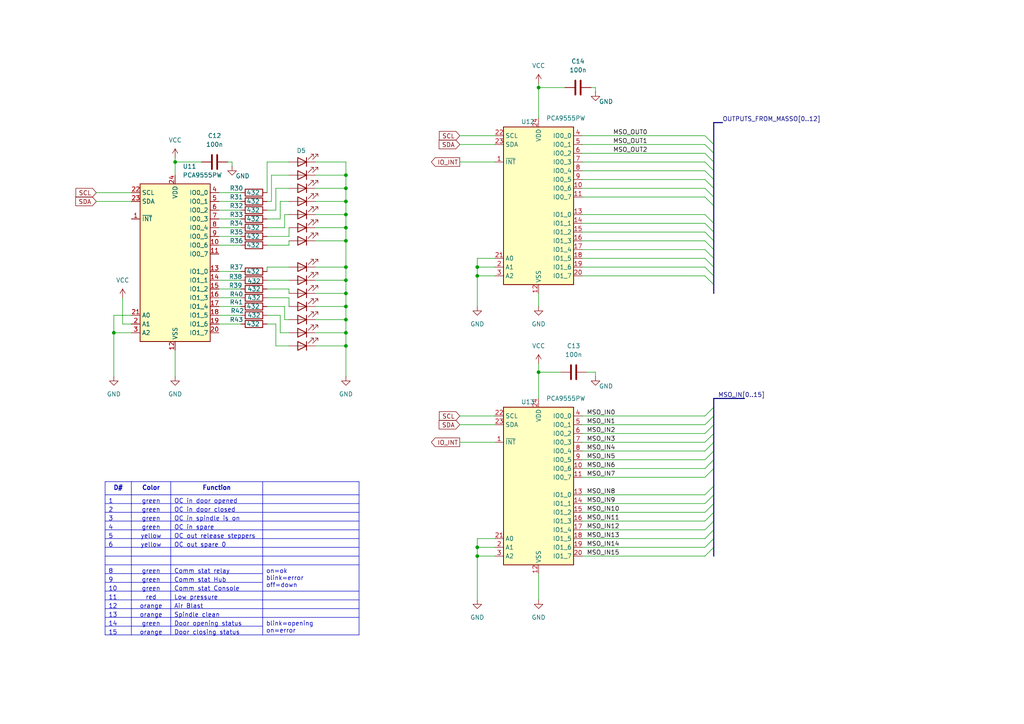
<source format=kicad_sch>
(kicad_sch
	(version 20250114)
	(generator "eeschema")
	(generator_version "9.0")
	(uuid "61bbff40-7dcc-438b-a8ef-bba9ad9ef80d")
	(paper "A4")
	(lib_symbols
		(symbol "Device:C"
			(pin_numbers
				(hide yes)
			)
			(pin_names
				(offset 0.254)
			)
			(exclude_from_sim no)
			(in_bom yes)
			(on_board yes)
			(property "Reference" "C"
				(at 0.635 2.54 0)
				(effects
					(font
						(size 1.27 1.27)
					)
					(justify left)
				)
			)
			(property "Value" "C"
				(at 0.635 -2.54 0)
				(effects
					(font
						(size 1.27 1.27)
					)
					(justify left)
				)
			)
			(property "Footprint" ""
				(at 0.9652 -3.81 0)
				(effects
					(font
						(size 1.27 1.27)
					)
					(hide yes)
				)
			)
			(property "Datasheet" "~"
				(at 0 0 0)
				(effects
					(font
						(size 1.27 1.27)
					)
					(hide yes)
				)
			)
			(property "Description" "Unpolarized capacitor"
				(at 0 0 0)
				(effects
					(font
						(size 1.27 1.27)
					)
					(hide yes)
				)
			)
			(property "ki_keywords" "cap capacitor"
				(at 0 0 0)
				(effects
					(font
						(size 1.27 1.27)
					)
					(hide yes)
				)
			)
			(property "ki_fp_filters" "C_*"
				(at 0 0 0)
				(effects
					(font
						(size 1.27 1.27)
					)
					(hide yes)
				)
			)
			(symbol "C_0_1"
				(polyline
					(pts
						(xy -2.032 0.762) (xy 2.032 0.762)
					)
					(stroke
						(width 0.508)
						(type default)
					)
					(fill
						(type none)
					)
				)
				(polyline
					(pts
						(xy -2.032 -0.762) (xy 2.032 -0.762)
					)
					(stroke
						(width 0.508)
						(type default)
					)
					(fill
						(type none)
					)
				)
			)
			(symbol "C_1_1"
				(pin passive line
					(at 0 3.81 270)
					(length 2.794)
					(name "~"
						(effects
							(font
								(size 1.27 1.27)
							)
						)
					)
					(number "1"
						(effects
							(font
								(size 1.27 1.27)
							)
						)
					)
				)
				(pin passive line
					(at 0 -3.81 90)
					(length 2.794)
					(name "~"
						(effects
							(font
								(size 1.27 1.27)
							)
						)
					)
					(number "2"
						(effects
							(font
								(size 1.27 1.27)
							)
						)
					)
				)
			)
			(embedded_fonts no)
		)
		(symbol "Device:LED"
			(pin_numbers
				(hide yes)
			)
			(pin_names
				(offset 1.016)
				(hide yes)
			)
			(exclude_from_sim no)
			(in_bom yes)
			(on_board yes)
			(property "Reference" "D"
				(at 0 2.54 0)
				(effects
					(font
						(size 1.27 1.27)
					)
				)
			)
			(property "Value" "LED"
				(at 0 -2.54 0)
				(effects
					(font
						(size 1.27 1.27)
					)
				)
			)
			(property "Footprint" ""
				(at 0 0 0)
				(effects
					(font
						(size 1.27 1.27)
					)
					(hide yes)
				)
			)
			(property "Datasheet" "~"
				(at 0 0 0)
				(effects
					(font
						(size 1.27 1.27)
					)
					(hide yes)
				)
			)
			(property "Description" "Light emitting diode"
				(at 0 0 0)
				(effects
					(font
						(size 1.27 1.27)
					)
					(hide yes)
				)
			)
			(property "ki_keywords" "LED diode"
				(at 0 0 0)
				(effects
					(font
						(size 1.27 1.27)
					)
					(hide yes)
				)
			)
			(property "ki_fp_filters" "LED* LED_SMD:* LED_THT:*"
				(at 0 0 0)
				(effects
					(font
						(size 1.27 1.27)
					)
					(hide yes)
				)
			)
			(symbol "LED_0_1"
				(polyline
					(pts
						(xy -3.048 -0.762) (xy -4.572 -2.286) (xy -3.81 -2.286) (xy -4.572 -2.286) (xy -4.572 -1.524)
					)
					(stroke
						(width 0)
						(type default)
					)
					(fill
						(type none)
					)
				)
				(polyline
					(pts
						(xy -1.778 -0.762) (xy -3.302 -2.286) (xy -2.54 -2.286) (xy -3.302 -2.286) (xy -3.302 -1.524)
					)
					(stroke
						(width 0)
						(type default)
					)
					(fill
						(type none)
					)
				)
				(polyline
					(pts
						(xy -1.27 0) (xy 1.27 0)
					)
					(stroke
						(width 0)
						(type default)
					)
					(fill
						(type none)
					)
				)
				(polyline
					(pts
						(xy -1.27 -1.27) (xy -1.27 1.27)
					)
					(stroke
						(width 0.254)
						(type default)
					)
					(fill
						(type none)
					)
				)
				(polyline
					(pts
						(xy 1.27 -1.27) (xy 1.27 1.27) (xy -1.27 0) (xy 1.27 -1.27)
					)
					(stroke
						(width 0.254)
						(type default)
					)
					(fill
						(type none)
					)
				)
			)
			(symbol "LED_1_1"
				(pin passive line
					(at -3.81 0 0)
					(length 2.54)
					(name "K"
						(effects
							(font
								(size 1.27 1.27)
							)
						)
					)
					(number "1"
						(effects
							(font
								(size 1.27 1.27)
							)
						)
					)
				)
				(pin passive line
					(at 3.81 0 180)
					(length 2.54)
					(name "A"
						(effects
							(font
								(size 1.27 1.27)
							)
						)
					)
					(number "2"
						(effects
							(font
								(size 1.27 1.27)
							)
						)
					)
				)
			)
			(embedded_fonts no)
		)
		(symbol "Device:R"
			(pin_numbers
				(hide yes)
			)
			(pin_names
				(offset 0)
			)
			(exclude_from_sim no)
			(in_bom yes)
			(on_board yes)
			(property "Reference" "R"
				(at 2.032 0 90)
				(effects
					(font
						(size 1.27 1.27)
					)
				)
			)
			(property "Value" "R"
				(at 0 0 90)
				(effects
					(font
						(size 1.27 1.27)
					)
				)
			)
			(property "Footprint" ""
				(at -1.778 0 90)
				(effects
					(font
						(size 1.27 1.27)
					)
					(hide yes)
				)
			)
			(property "Datasheet" "~"
				(at 0 0 0)
				(effects
					(font
						(size 1.27 1.27)
					)
					(hide yes)
				)
			)
			(property "Description" "Resistor"
				(at 0 0 0)
				(effects
					(font
						(size 1.27 1.27)
					)
					(hide yes)
				)
			)
			(property "ki_keywords" "R res resistor"
				(at 0 0 0)
				(effects
					(font
						(size 1.27 1.27)
					)
					(hide yes)
				)
			)
			(property "ki_fp_filters" "R_*"
				(at 0 0 0)
				(effects
					(font
						(size 1.27 1.27)
					)
					(hide yes)
				)
			)
			(symbol "R_0_1"
				(rectangle
					(start -1.016 -2.54)
					(end 1.016 2.54)
					(stroke
						(width 0.254)
						(type default)
					)
					(fill
						(type none)
					)
				)
			)
			(symbol "R_1_1"
				(pin passive line
					(at 0 3.81 270)
					(length 1.27)
					(name "~"
						(effects
							(font
								(size 1.27 1.27)
							)
						)
					)
					(number "1"
						(effects
							(font
								(size 1.27 1.27)
							)
						)
					)
				)
				(pin passive line
					(at 0 -3.81 90)
					(length 1.27)
					(name "~"
						(effects
							(font
								(size 1.27 1.27)
							)
						)
					)
					(number "2"
						(effects
							(font
								(size 1.27 1.27)
							)
						)
					)
				)
			)
			(embedded_fonts no)
		)
		(symbol "Interface_Expansion:PCA9555PW"
			(exclude_from_sim no)
			(in_bom yes)
			(on_board yes)
			(property "Reference" "U"
				(at -8.89 24.13 0)
				(effects
					(font
						(size 1.27 1.27)
					)
				)
			)
			(property "Value" "PCA9555PW"
				(at 6.35 24.13 0)
				(effects
					(font
						(size 1.27 1.27)
					)
				)
			)
			(property "Footprint" "Package_SO:TSSOP-24_4.4x7.8mm_P0.65mm"
				(at 0 0 0)
				(effects
					(font
						(size 1.27 1.27)
					)
					(hide yes)
				)
			)
			(property "Datasheet" "https://www.nxp.com/docs/en/data-sheet/PCA9555.pdf"
				(at 0 0 0)
				(effects
					(font
						(size 1.27 1.27)
					)
					(hide yes)
				)
			)
			(property "Description" "IO expander 16 GPIO, I2C 400kHz, Interrupt, 2.3 - 5.5V, TSSOP-24"
				(at 0 0 0)
				(effects
					(font
						(size 1.27 1.27)
					)
					(hide yes)
				)
			)
			(property "ki_keywords" "I2C TWI IO expander"
				(at 0 0 0)
				(effects
					(font
						(size 1.27 1.27)
					)
					(hide yes)
				)
			)
			(property "ki_fp_filters" "TSSOP*4.4x7.8mm*P0.65mm*"
				(at 0 0 0)
				(effects
					(font
						(size 1.27 1.27)
					)
					(hide yes)
				)
			)
			(symbol "PCA9555PW_0_1"
				(rectangle
					(start -10.16 22.86)
					(end 10.16 -22.86)
					(stroke
						(width 0.254)
						(type default)
					)
					(fill
						(type background)
					)
				)
			)
			(symbol "PCA9555PW_1_1"
				(pin input line
					(at -12.7 20.32 0)
					(length 2.54)
					(name "SCL"
						(effects
							(font
								(size 1.27 1.27)
							)
						)
					)
					(number "22"
						(effects
							(font
								(size 1.27 1.27)
							)
						)
					)
				)
				(pin bidirectional line
					(at -12.7 17.78 0)
					(length 2.54)
					(name "SDA"
						(effects
							(font
								(size 1.27 1.27)
							)
						)
					)
					(number "23"
						(effects
							(font
								(size 1.27 1.27)
							)
						)
					)
				)
				(pin open_collector line
					(at -12.7 12.7 0)
					(length 2.54)
					(name "~{INT}"
						(effects
							(font
								(size 1.27 1.27)
							)
						)
					)
					(number "1"
						(effects
							(font
								(size 1.27 1.27)
							)
						)
					)
				)
				(pin input line
					(at -12.7 -15.24 0)
					(length 2.54)
					(name "A0"
						(effects
							(font
								(size 1.27 1.27)
							)
						)
					)
					(number "21"
						(effects
							(font
								(size 1.27 1.27)
							)
						)
					)
				)
				(pin input line
					(at -12.7 -17.78 0)
					(length 2.54)
					(name "A1"
						(effects
							(font
								(size 1.27 1.27)
							)
						)
					)
					(number "2"
						(effects
							(font
								(size 1.27 1.27)
							)
						)
					)
				)
				(pin input line
					(at -12.7 -20.32 0)
					(length 2.54)
					(name "A2"
						(effects
							(font
								(size 1.27 1.27)
							)
						)
					)
					(number "3"
						(effects
							(font
								(size 1.27 1.27)
							)
						)
					)
				)
				(pin power_in line
					(at 0 25.4 270)
					(length 2.54)
					(name "VDD"
						(effects
							(font
								(size 1.27 1.27)
							)
						)
					)
					(number "24"
						(effects
							(font
								(size 1.27 1.27)
							)
						)
					)
				)
				(pin power_in line
					(at 0 -25.4 90)
					(length 2.54)
					(name "VSS"
						(effects
							(font
								(size 1.27 1.27)
							)
						)
					)
					(number "12"
						(effects
							(font
								(size 1.27 1.27)
							)
						)
					)
				)
				(pin bidirectional line
					(at 12.7 20.32 180)
					(length 2.54)
					(name "IO0_0"
						(effects
							(font
								(size 1.27 1.27)
							)
						)
					)
					(number "4"
						(effects
							(font
								(size 1.27 1.27)
							)
						)
					)
				)
				(pin bidirectional line
					(at 12.7 17.78 180)
					(length 2.54)
					(name "IO0_1"
						(effects
							(font
								(size 1.27 1.27)
							)
						)
					)
					(number "5"
						(effects
							(font
								(size 1.27 1.27)
							)
						)
					)
				)
				(pin bidirectional line
					(at 12.7 15.24 180)
					(length 2.54)
					(name "IO0_2"
						(effects
							(font
								(size 1.27 1.27)
							)
						)
					)
					(number "6"
						(effects
							(font
								(size 1.27 1.27)
							)
						)
					)
				)
				(pin bidirectional line
					(at 12.7 12.7 180)
					(length 2.54)
					(name "IO0_3"
						(effects
							(font
								(size 1.27 1.27)
							)
						)
					)
					(number "7"
						(effects
							(font
								(size 1.27 1.27)
							)
						)
					)
				)
				(pin bidirectional line
					(at 12.7 10.16 180)
					(length 2.54)
					(name "IO0_4"
						(effects
							(font
								(size 1.27 1.27)
							)
						)
					)
					(number "8"
						(effects
							(font
								(size 1.27 1.27)
							)
						)
					)
				)
				(pin bidirectional line
					(at 12.7 7.62 180)
					(length 2.54)
					(name "IO0_5"
						(effects
							(font
								(size 1.27 1.27)
							)
						)
					)
					(number "9"
						(effects
							(font
								(size 1.27 1.27)
							)
						)
					)
				)
				(pin bidirectional line
					(at 12.7 5.08 180)
					(length 2.54)
					(name "IO0_6"
						(effects
							(font
								(size 1.27 1.27)
							)
						)
					)
					(number "10"
						(effects
							(font
								(size 1.27 1.27)
							)
						)
					)
				)
				(pin bidirectional line
					(at 12.7 2.54 180)
					(length 2.54)
					(name "IO0_7"
						(effects
							(font
								(size 1.27 1.27)
							)
						)
					)
					(number "11"
						(effects
							(font
								(size 1.27 1.27)
							)
						)
					)
				)
				(pin bidirectional line
					(at 12.7 -2.54 180)
					(length 2.54)
					(name "IO1_0"
						(effects
							(font
								(size 1.27 1.27)
							)
						)
					)
					(number "13"
						(effects
							(font
								(size 1.27 1.27)
							)
						)
					)
				)
				(pin bidirectional line
					(at 12.7 -5.08 180)
					(length 2.54)
					(name "IO1_1"
						(effects
							(font
								(size 1.27 1.27)
							)
						)
					)
					(number "14"
						(effects
							(font
								(size 1.27 1.27)
							)
						)
					)
				)
				(pin bidirectional line
					(at 12.7 -7.62 180)
					(length 2.54)
					(name "IO1_2"
						(effects
							(font
								(size 1.27 1.27)
							)
						)
					)
					(number "15"
						(effects
							(font
								(size 1.27 1.27)
							)
						)
					)
				)
				(pin bidirectional line
					(at 12.7 -10.16 180)
					(length 2.54)
					(name "IO1_3"
						(effects
							(font
								(size 1.27 1.27)
							)
						)
					)
					(number "16"
						(effects
							(font
								(size 1.27 1.27)
							)
						)
					)
				)
				(pin bidirectional line
					(at 12.7 -12.7 180)
					(length 2.54)
					(name "IO1_4"
						(effects
							(font
								(size 1.27 1.27)
							)
						)
					)
					(number "17"
						(effects
							(font
								(size 1.27 1.27)
							)
						)
					)
				)
				(pin bidirectional line
					(at 12.7 -15.24 180)
					(length 2.54)
					(name "IO1_5"
						(effects
							(font
								(size 1.27 1.27)
							)
						)
					)
					(number "18"
						(effects
							(font
								(size 1.27 1.27)
							)
						)
					)
				)
				(pin bidirectional line
					(at 12.7 -17.78 180)
					(length 2.54)
					(name "IO1_6"
						(effects
							(font
								(size 1.27 1.27)
							)
						)
					)
					(number "19"
						(effects
							(font
								(size 1.27 1.27)
							)
						)
					)
				)
				(pin bidirectional line
					(at 12.7 -20.32 180)
					(length 2.54)
					(name "IO1_7"
						(effects
							(font
								(size 1.27 1.27)
							)
						)
					)
					(number "20"
						(effects
							(font
								(size 1.27 1.27)
							)
						)
					)
				)
			)
			(embedded_fonts no)
		)
		(symbol "power:GND"
			(power)
			(pin_numbers
				(hide yes)
			)
			(pin_names
				(offset 0)
				(hide yes)
			)
			(exclude_from_sim no)
			(in_bom yes)
			(on_board yes)
			(property "Reference" "#PWR"
				(at 0 -6.35 0)
				(effects
					(font
						(size 1.27 1.27)
					)
					(hide yes)
				)
			)
			(property "Value" "GND"
				(at 0 -3.81 0)
				(effects
					(font
						(size 1.27 1.27)
					)
				)
			)
			(property "Footprint" ""
				(at 0 0 0)
				(effects
					(font
						(size 1.27 1.27)
					)
					(hide yes)
				)
			)
			(property "Datasheet" ""
				(at 0 0 0)
				(effects
					(font
						(size 1.27 1.27)
					)
					(hide yes)
				)
			)
			(property "Description" "Power symbol creates a global label with name \"GND\" , ground"
				(at 0 0 0)
				(effects
					(font
						(size 1.27 1.27)
					)
					(hide yes)
				)
			)
			(property "ki_keywords" "global power"
				(at 0 0 0)
				(effects
					(font
						(size 1.27 1.27)
					)
					(hide yes)
				)
			)
			(symbol "GND_0_1"
				(polyline
					(pts
						(xy 0 0) (xy 0 -1.27) (xy 1.27 -1.27) (xy 0 -2.54) (xy -1.27 -1.27) (xy 0 -1.27)
					)
					(stroke
						(width 0)
						(type default)
					)
					(fill
						(type none)
					)
				)
			)
			(symbol "GND_1_1"
				(pin power_in line
					(at 0 0 270)
					(length 0)
					(name "~"
						(effects
							(font
								(size 1.27 1.27)
							)
						)
					)
					(number "1"
						(effects
							(font
								(size 1.27 1.27)
							)
						)
					)
				)
			)
			(embedded_fonts no)
		)
		(symbol "power:VCC"
			(power)
			(pin_numbers
				(hide yes)
			)
			(pin_names
				(offset 0)
				(hide yes)
			)
			(exclude_from_sim no)
			(in_bom yes)
			(on_board yes)
			(property "Reference" "#PWR"
				(at 0 -3.81 0)
				(effects
					(font
						(size 1.27 1.27)
					)
					(hide yes)
				)
			)
			(property "Value" "VCC"
				(at 0 3.556 0)
				(effects
					(font
						(size 1.27 1.27)
					)
				)
			)
			(property "Footprint" ""
				(at 0 0 0)
				(effects
					(font
						(size 1.27 1.27)
					)
					(hide yes)
				)
			)
			(property "Datasheet" ""
				(at 0 0 0)
				(effects
					(font
						(size 1.27 1.27)
					)
					(hide yes)
				)
			)
			(property "Description" "Power symbol creates a global label with name \"VCC\""
				(at 0 0 0)
				(effects
					(font
						(size 1.27 1.27)
					)
					(hide yes)
				)
			)
			(property "ki_keywords" "global power"
				(at 0 0 0)
				(effects
					(font
						(size 1.27 1.27)
					)
					(hide yes)
				)
			)
			(symbol "VCC_0_1"
				(polyline
					(pts
						(xy -0.762 1.27) (xy 0 2.54)
					)
					(stroke
						(width 0)
						(type default)
					)
					(fill
						(type none)
					)
				)
				(polyline
					(pts
						(xy 0 2.54) (xy 0.762 1.27)
					)
					(stroke
						(width 0)
						(type default)
					)
					(fill
						(type none)
					)
				)
				(polyline
					(pts
						(xy 0 0) (xy 0 2.54)
					)
					(stroke
						(width 0)
						(type default)
					)
					(fill
						(type none)
					)
				)
			)
			(symbol "VCC_1_1"
				(pin power_in line
					(at 0 0 90)
					(length 0)
					(name "~"
						(effects
							(font
								(size 1.27 1.27)
							)
						)
					)
					(number "1"
						(effects
							(font
								(size 1.27 1.27)
							)
						)
					)
				)
			)
			(embedded_fonts no)
		)
	)
	(junction
		(at 100.33 96.52)
		(diameter 0)
		(color 0 0 0 0)
		(uuid "091ecf45-bbc5-4bef-af62-d3cd7662030e")
	)
	(junction
		(at 100.33 77.47)
		(diameter 0)
		(color 0 0 0 0)
		(uuid "11a36bad-e860-4856-bc76-06cfebf115b0")
	)
	(junction
		(at 100.33 88.9)
		(diameter 0)
		(color 0 0 0 0)
		(uuid "1e1a0c17-e8cd-4ad5-95f5-34d2a8403975")
	)
	(junction
		(at 138.43 161.29)
		(diameter 0)
		(color 0 0 0 0)
		(uuid "21039afe-d6e3-48bf-9140-9a794e2dd74c")
	)
	(junction
		(at 138.43 80.01)
		(diameter 0)
		(color 0 0 0 0)
		(uuid "256eac3d-5de1-4650-bfcc-983277814dd4")
	)
	(junction
		(at 100.33 62.23)
		(diameter 0)
		(color 0 0 0 0)
		(uuid "5586b7e9-3311-4698-908b-a0f367d5d8c9")
	)
	(junction
		(at 33.02 96.52)
		(diameter 0)
		(color 0 0 0 0)
		(uuid "637c1050-e868-4769-8a28-8978336680de")
	)
	(junction
		(at 100.33 50.8)
		(diameter 0)
		(color 0 0 0 0)
		(uuid "642a5cb8-b99b-4e9e-a5d0-46a0ce9cd371")
	)
	(junction
		(at 100.33 100.33)
		(diameter 0)
		(color 0 0 0 0)
		(uuid "77a97aba-2222-4623-9fd7-934fdab65381")
	)
	(junction
		(at 100.33 54.61)
		(diameter 0)
		(color 0 0 0 0)
		(uuid "793d99ae-2e6b-417f-a80b-53027e429ef6")
	)
	(junction
		(at 50.8 46.99)
		(diameter 0)
		(color 0 0 0 0)
		(uuid "85975d94-f78c-4691-a30b-ae032896af1e")
	)
	(junction
		(at 156.21 107.95)
		(diameter 0)
		(color 0 0 0 0)
		(uuid "95e9c141-1202-4cce-aafe-425c56b52b93")
	)
	(junction
		(at 100.33 66.04)
		(diameter 0)
		(color 0 0 0 0)
		(uuid "96064ef8-9c7c-4f7a-b5fd-0666b1b01d77")
	)
	(junction
		(at 138.43 158.75)
		(diameter 0)
		(color 0 0 0 0)
		(uuid "9e2a4181-f5ed-49df-b67c-4a811ab8154a")
	)
	(junction
		(at 156.21 25.4)
		(diameter 0)
		(color 0 0 0 0)
		(uuid "a44b6951-4c29-4d46-bd3f-5883dc8e238d")
	)
	(junction
		(at 100.33 85.09)
		(diameter 0)
		(color 0 0 0 0)
		(uuid "a62b42c0-465d-40ba-8c33-132bc5f742fe")
	)
	(junction
		(at 138.43 77.47)
		(diameter 0)
		(color 0 0 0 0)
		(uuid "a715ffaa-9dcf-4f6a-a449-de6175a13088")
	)
	(junction
		(at 100.33 58.42)
		(diameter 0)
		(color 0 0 0 0)
		(uuid "b592539b-63e4-4474-b86c-efa1efcdb65b")
	)
	(junction
		(at 100.33 92.71)
		(diameter 0)
		(color 0 0 0 0)
		(uuid "b8280d4d-eed5-4e20-8421-5479e55d3d24")
	)
	(junction
		(at 100.33 81.28)
		(diameter 0)
		(color 0 0 0 0)
		(uuid "d0e14df3-3e50-4350-be03-010f3ff969f9")
	)
	(junction
		(at 100.33 69.85)
		(diameter 0)
		(color 0 0 0 0)
		(uuid "fea261d8-7753-4a27-8cf0-710de18622fb")
	)
	(bus_entry
		(at 207.01 153.67)
		(size -2.54 2.54)
		(stroke
			(width 0)
			(type default)
		)
		(uuid "06993d55-7ea4-40be-b770-275a1d4e6b93")
	)
	(bus_entry
		(at 207.01 156.21)
		(size -2.54 2.54)
		(stroke
			(width 0)
			(type default)
		)
		(uuid "0cf3218c-719b-4b02-a8ac-7ae54cf4a00e")
	)
	(bus_entry
		(at 207.01 128.27)
		(size -2.54 2.54)
		(stroke
			(width 0)
			(type default)
		)
		(uuid "16e811f2-af38-4037-929d-f61e6d8bd890")
	)
	(bus_entry
		(at 207.01 133.35)
		(size -2.54 2.54)
		(stroke
			(width 0)
			(type default)
		)
		(uuid "259a5787-4b30-4f01-9de5-bfca9b098353")
	)
	(bus_entry
		(at 207.01 151.13)
		(size -2.54 2.54)
		(stroke
			(width 0)
			(type default)
		)
		(uuid "4c701ba7-61a6-4781-a238-35a1deb8491a")
	)
	(bus_entry
		(at 204.47 44.45)
		(size 2.54 2.54)
		(stroke
			(width 0)
			(type default)
		)
		(uuid "587cf274-17ac-45ef-8cc8-d4c5d82d7bf5")
	)
	(bus_entry
		(at 207.01 130.81)
		(size -2.54 2.54)
		(stroke
			(width 0)
			(type default)
		)
		(uuid "5e47662c-2bd8-4b20-b97d-32d6cb8bed0c")
	)
	(bus_entry
		(at 204.47 67.31)
		(size 2.54 2.54)
		(stroke
			(width 0)
			(type default)
		)
		(uuid "6261b9a6-5aa4-4d23-ae9d-0be779dd1235")
	)
	(bus_entry
		(at 207.01 123.19)
		(size -2.54 2.54)
		(stroke
			(width 0)
			(type default)
		)
		(uuid "65d2ce6b-1cfe-4364-8e8b-b08533897a80")
	)
	(bus_entry
		(at 207.01 135.89)
		(size -2.54 2.54)
		(stroke
			(width 0)
			(type default)
		)
		(uuid "6c7e4075-93ce-44b0-9c41-5e904afbc5f4")
	)
	(bus_entry
		(at 204.47 80.01)
		(size 2.54 2.54)
		(stroke
			(width 0)
			(type default)
		)
		(uuid "7687ce2a-5107-43c1-ae69-9e7827632b70")
	)
	(bus_entry
		(at 207.01 158.75)
		(size -2.54 2.54)
		(stroke
			(width 0)
			(type default)
		)
		(uuid "7a6fe722-7a7a-4d69-bf8a-c34a491f0a91")
	)
	(bus_entry
		(at 207.01 125.73)
		(size -2.54 2.54)
		(stroke
			(width 0)
			(type default)
		)
		(uuid "85600269-bdbe-4d1c-9c09-f511f317193b")
	)
	(bus_entry
		(at 207.01 148.59)
		(size -2.54 2.54)
		(stroke
			(width 0)
			(type default)
		)
		(uuid "85d11b25-dc12-4513-aac8-0ef78f86fc18")
	)
	(bus_entry
		(at 207.01 118.11)
		(size -2.54 2.54)
		(stroke
			(width 0)
			(type default)
		)
		(uuid "8b4fc306-2deb-40ea-9218-2d0d1d6a8531")
	)
	(bus_entry
		(at 207.01 143.51)
		(size -2.54 2.54)
		(stroke
			(width 0)
			(type default)
		)
		(uuid "8f127c7c-bd98-4446-a276-ea51d1499014")
	)
	(bus_entry
		(at 204.47 57.15)
		(size 2.54 2.54)
		(stroke
			(width 0)
			(type default)
		)
		(uuid "900c0436-f860-4fc6-a337-69b47fee7021")
	)
	(bus_entry
		(at 204.47 62.23)
		(size 2.54 2.54)
		(stroke
			(width 0)
			(type default)
		)
		(uuid "9c750b9b-ccbf-48ca-8b0f-9d67fd1c6192")
	)
	(bus_entry
		(at 204.47 52.07)
		(size 2.54 2.54)
		(stroke
			(width 0)
			(type default)
		)
		(uuid "a3afb255-a91d-4dc0-a5bf-3470633f50de")
	)
	(bus_entry
		(at 207.01 120.65)
		(size -2.54 2.54)
		(stroke
			(width 0)
			(type default)
		)
		(uuid "a809293c-e2f1-421e-ac0f-b9c8b3c654f8")
	)
	(bus_entry
		(at 204.47 49.53)
		(size 2.54 2.54)
		(stroke
			(width 0)
			(type default)
		)
		(uuid "ab2788c3-fc86-400f-aa1e-af1216243170")
	)
	(bus_entry
		(at 204.47 77.47)
		(size 2.54 2.54)
		(stroke
			(width 0)
			(type default)
		)
		(uuid "bc8eec2b-70d5-4306-8892-50de2324edac")
	)
	(bus_entry
		(at 204.47 69.85)
		(size 2.54 2.54)
		(stroke
			(width 0)
			(type default)
		)
		(uuid "c1bb363e-c55f-4ca5-b6d9-4b9cdebb8ca5")
	)
	(bus_entry
		(at 207.01 146.05)
		(size -2.54 2.54)
		(stroke
			(width 0)
			(type default)
		)
		(uuid "caeeeab6-bb1d-4aa0-82f2-e9dd73d43176")
	)
	(bus_entry
		(at 207.01 140.97)
		(size -2.54 2.54)
		(stroke
			(width 0)
			(type default)
		)
		(uuid "cbb8c7eb-3ab5-4988-887b-bd7696d6fe06")
	)
	(bus_entry
		(at 204.47 54.61)
		(size 2.54 2.54)
		(stroke
			(width 0)
			(type default)
		)
		(uuid "d5086dcd-b0b2-474d-b0fb-957e139b8de2")
	)
	(bus_entry
		(at 204.47 74.93)
		(size 2.54 2.54)
		(stroke
			(width 0)
			(type default)
		)
		(uuid "dc757fe2-1309-4513-a7c5-18b066d44236")
	)
	(bus_entry
		(at 204.47 41.91)
		(size 2.54 2.54)
		(stroke
			(width 0)
			(type default)
		)
		(uuid "dc9bcf77-3abc-44c3-98da-a0f948649a1c")
	)
	(bus_entry
		(at 204.47 39.37)
		(size 2.54 2.54)
		(stroke
			(width 0)
			(type default)
		)
		(uuid "e7781e7e-3e6c-4939-82d8-b48cf50ae285")
	)
	(bus_entry
		(at 204.47 64.77)
		(size 2.54 2.54)
		(stroke
			(width 0)
			(type default)
		)
		(uuid "e9dd7cf0-d47a-46f3-b177-69e9447e96ba")
	)
	(bus_entry
		(at 204.47 46.99)
		(size 2.54 2.54)
		(stroke
			(width 0)
			(type default)
		)
		(uuid "f19acddc-274f-4790-879c-09b5b284245c")
	)
	(bus_entry
		(at 204.47 72.39)
		(size 2.54 2.54)
		(stroke
			(width 0)
			(type default)
		)
		(uuid "f6611f86-9ff5-4f50-a5ef-1fba0b6dec5f")
	)
	(wire
		(pts
			(xy 82.55 62.23) (xy 83.82 62.23)
		)
		(stroke
			(width 0)
			(type default)
		)
		(uuid "0356af17-fbd4-420b-95b8-23c2955e0924")
	)
	(wire
		(pts
			(xy 80.01 54.61) (xy 83.82 54.61)
		)
		(stroke
			(width 0)
			(type default)
		)
		(uuid "06849f2a-b6ac-41da-ac11-8a8c581bee03")
	)
	(wire
		(pts
			(xy 168.91 39.37) (xy 204.47 39.37)
		)
		(stroke
			(width 0)
			(type default)
		)
		(uuid "09b89caa-c0b1-4532-a3f8-d64be3d7d1ec")
	)
	(bus
		(pts
			(xy 207.01 57.15) (xy 207.01 59.69)
		)
		(stroke
			(width 0)
			(type default)
		)
		(uuid "0ce27e3e-243c-44a7-ae56-e93b8356bb70")
	)
	(wire
		(pts
			(xy 67.31 48.26) (xy 67.31 46.99)
		)
		(stroke
			(width 0)
			(type default)
		)
		(uuid "0d6c7ea3-2f38-467c-98ab-670a1dad1897")
	)
	(wire
		(pts
			(xy 63.5 78.74) (xy 69.85 78.74)
		)
		(stroke
			(width 0)
			(type default)
		)
		(uuid "13991777-d72a-46ac-8179-4c44514dfbb5")
	)
	(wire
		(pts
			(xy 143.51 156.21) (xy 138.43 156.21)
		)
		(stroke
			(width 0)
			(type default)
		)
		(uuid "145a7f91-4ae4-44af-89e9-2a43c439bd0b")
	)
	(wire
		(pts
			(xy 82.55 92.71) (xy 83.82 92.71)
		)
		(stroke
			(width 0)
			(type default)
		)
		(uuid "162e61e5-7281-4b13-8d12-4c6cb5862a4b")
	)
	(wire
		(pts
			(xy 168.91 158.75) (xy 204.47 158.75)
		)
		(stroke
			(width 0)
			(type default)
		)
		(uuid "17dbcc19-0b73-4cca-9aec-d5a5815b7447")
	)
	(wire
		(pts
			(xy 81.28 96.52) (xy 83.82 96.52)
		)
		(stroke
			(width 0)
			(type default)
		)
		(uuid "180291bb-9c29-4850-b8b3-a74a3d300b2b")
	)
	(wire
		(pts
			(xy 81.28 58.42) (xy 83.82 58.42)
		)
		(stroke
			(width 0)
			(type default)
		)
		(uuid "19ea283d-5ee4-4858-b806-8505789365e9")
	)
	(wire
		(pts
			(xy 168.91 135.89) (xy 204.47 135.89)
		)
		(stroke
			(width 0)
			(type default)
		)
		(uuid "19eb7dab-6469-47dc-be41-18b6b8c15b45")
	)
	(wire
		(pts
			(xy 168.91 133.35) (xy 204.47 133.35)
		)
		(stroke
			(width 0)
			(type default)
		)
		(uuid "19fec91d-456b-4fb0-8440-471971663eef")
	)
	(wire
		(pts
			(xy 81.28 91.44) (xy 81.28 96.52)
		)
		(stroke
			(width 0)
			(type default)
		)
		(uuid "1b6058e1-4674-4d9a-b8fc-886da267ae38")
	)
	(wire
		(pts
			(xy 63.5 81.28) (xy 69.85 81.28)
		)
		(stroke
			(width 0)
			(type default)
		)
		(uuid "1c819795-5941-4bca-82e8-62724711cd3d")
	)
	(wire
		(pts
			(xy 172.72 107.95) (xy 170.18 107.95)
		)
		(stroke
			(width 0)
			(type default)
		)
		(uuid "1ce10e97-70c9-4279-be7b-5217040acdc6")
	)
	(wire
		(pts
			(xy 63.5 91.44) (xy 69.85 91.44)
		)
		(stroke
			(width 0)
			(type default)
		)
		(uuid "1d3646f0-d465-4a80-87b0-173c23a2d616")
	)
	(wire
		(pts
			(xy 91.44 50.8) (xy 100.33 50.8)
		)
		(stroke
			(width 0)
			(type default)
		)
		(uuid "20abf0a7-dc9d-4202-857d-3adf5a25e47e")
	)
	(wire
		(pts
			(xy 91.44 88.9) (xy 100.33 88.9)
		)
		(stroke
			(width 0)
			(type default)
		)
		(uuid "22a368ac-5e5e-4e75-85db-cee231228ffc")
	)
	(bus
		(pts
			(xy 207.01 148.59) (xy 207.01 146.05)
		)
		(stroke
			(width 0)
			(type default)
		)
		(uuid "22b48a51-592e-4b4c-96bc-7fd934406913")
	)
	(wire
		(pts
			(xy 27.94 55.88) (xy 38.1 55.88)
		)
		(stroke
			(width 0)
			(type default)
		)
		(uuid "2481783f-716a-4703-93a2-beb9ac90eb24")
	)
	(wire
		(pts
			(xy 81.28 63.5) (xy 81.28 58.42)
		)
		(stroke
			(width 0)
			(type default)
		)
		(uuid "253845c7-5bd5-4852-a699-8fb165405eda")
	)
	(bus
		(pts
			(xy 207.01 59.69) (xy 207.01 64.77)
		)
		(stroke
			(width 0)
			(type default)
		)
		(uuid "279bb193-67e1-48fe-be9d-438b6e6016b9")
	)
	(wire
		(pts
			(xy 133.35 128.27) (xy 143.51 128.27)
		)
		(stroke
			(width 0)
			(type default)
		)
		(uuid "29742bc2-21b6-4b3b-bd05-5a960ac4e14e")
	)
	(wire
		(pts
			(xy 91.44 85.09) (xy 100.33 85.09)
		)
		(stroke
			(width 0)
			(type default)
		)
		(uuid "2b16a9bc-268e-4e3a-85da-93a9503018b7")
	)
	(wire
		(pts
			(xy 33.02 91.44) (xy 33.02 96.52)
		)
		(stroke
			(width 0)
			(type default)
		)
		(uuid "2ca23f06-8f17-4e42-9169-467472b04707")
	)
	(wire
		(pts
			(xy 91.44 54.61) (xy 100.33 54.61)
		)
		(stroke
			(width 0)
			(type default)
		)
		(uuid "2d00b888-e89d-4058-a9b7-ef80ba902afe")
	)
	(wire
		(pts
			(xy 172.72 25.4) (xy 171.45 25.4)
		)
		(stroke
			(width 0)
			(type default)
		)
		(uuid "2db0dd6f-0c65-40d1-8d3b-08fe9f2a10e6")
	)
	(wire
		(pts
			(xy 38.1 93.98) (xy 35.56 93.98)
		)
		(stroke
			(width 0)
			(type default)
		)
		(uuid "2ec2a113-497b-4300-b846-e040513d876e")
	)
	(wire
		(pts
			(xy 168.91 62.23) (xy 204.47 62.23)
		)
		(stroke
			(width 0)
			(type default)
		)
		(uuid "3027ebaa-1e61-47c6-ae73-33235ad16a79")
	)
	(wire
		(pts
			(xy 168.91 151.13) (xy 204.47 151.13)
		)
		(stroke
			(width 0)
			(type default)
		)
		(uuid "30f897c0-98ef-41e9-9cbd-32b7af61ac97")
	)
	(wire
		(pts
			(xy 156.21 25.4) (xy 163.83 25.4)
		)
		(stroke
			(width 0)
			(type default)
		)
		(uuid "3276eaa8-7b7f-409d-a04d-8662f6d0c29a")
	)
	(wire
		(pts
			(xy 138.43 74.93) (xy 138.43 77.47)
		)
		(stroke
			(width 0)
			(type default)
		)
		(uuid "353b1d5b-71ef-414a-896a-c69806c35c80")
	)
	(wire
		(pts
			(xy 67.31 46.99) (xy 66.04 46.99)
		)
		(stroke
			(width 0)
			(type default)
		)
		(uuid "353c88bb-234a-4272-9191-1db2c071715e")
	)
	(wire
		(pts
			(xy 138.43 158.75) (xy 138.43 161.29)
		)
		(stroke
			(width 0)
			(type default)
		)
		(uuid "35d06cd1-0cc4-4b10-a1c0-84f55ab860b8")
	)
	(wire
		(pts
			(xy 100.33 96.52) (xy 100.33 100.33)
		)
		(stroke
			(width 0)
			(type default)
		)
		(uuid "3725baad-6747-4aab-bf46-bd35db8601e5")
	)
	(wire
		(pts
			(xy 91.44 66.04) (xy 100.33 66.04)
		)
		(stroke
			(width 0)
			(type default)
		)
		(uuid "381dafa8-e0dd-4b05-ae93-936301b080d2")
	)
	(wire
		(pts
			(xy 172.72 26.67) (xy 172.72 25.4)
		)
		(stroke
			(width 0)
			(type default)
		)
		(uuid "382993ea-7f5f-4b38-84b6-72c356582672")
	)
	(wire
		(pts
			(xy 80.01 93.98) (xy 80.01 100.33)
		)
		(stroke
			(width 0)
			(type default)
		)
		(uuid "38366b91-9e10-4a7f-a6a4-46c8ea1138ea")
	)
	(wire
		(pts
			(xy 77.47 66.04) (xy 82.55 66.04)
		)
		(stroke
			(width 0)
			(type default)
		)
		(uuid "3b7d6894-928d-4dc1-99e8-297c5adc4bda")
	)
	(wire
		(pts
			(xy 77.47 55.88) (xy 77.47 46.99)
		)
		(stroke
			(width 0)
			(type default)
		)
		(uuid "3d13a4b9-c3c4-430f-b4d2-f343a52aaab5")
	)
	(wire
		(pts
			(xy 143.51 74.93) (xy 138.43 74.93)
		)
		(stroke
			(width 0)
			(type default)
		)
		(uuid "3eb71026-16e1-4e2f-9d43-61d321819046")
	)
	(wire
		(pts
			(xy 100.33 81.28) (xy 100.33 85.09)
		)
		(stroke
			(width 0)
			(type default)
		)
		(uuid "3edb4ce8-4a74-4be3-98c8-eafa985dc2c6")
	)
	(wire
		(pts
			(xy 168.91 148.59) (xy 204.47 148.59)
		)
		(stroke
			(width 0)
			(type default)
		)
		(uuid "3fa10be1-d6f0-44d2-8033-05689b7f7363")
	)
	(bus
		(pts
			(xy 207.01 64.77) (xy 207.01 67.31)
		)
		(stroke
			(width 0)
			(type default)
		)
		(uuid "41b35f24-1ef2-4b89-8511-82006cfa67f5")
	)
	(wire
		(pts
			(xy 35.56 86.36) (xy 35.56 93.98)
		)
		(stroke
			(width 0)
			(type default)
		)
		(uuid "43f953ed-a198-4899-b7bf-42efdc0724c6")
	)
	(bus
		(pts
			(xy 207.01 151.13) (xy 207.01 148.59)
		)
		(stroke
			(width 0)
			(type default)
		)
		(uuid "482a13b8-d22f-484d-8946-fda6ce490d19")
	)
	(wire
		(pts
			(xy 69.85 68.58) (xy 63.5 68.58)
		)
		(stroke
			(width 0)
			(type default)
		)
		(uuid "49cf26bd-ec4d-4c32-8321-6982027cc3de")
	)
	(wire
		(pts
			(xy 83.82 68.58) (xy 83.82 66.04)
		)
		(stroke
			(width 0)
			(type default)
		)
		(uuid "49f75670-4028-432c-96c5-fb31f24dc4c5")
	)
	(wire
		(pts
			(xy 33.02 96.52) (xy 33.02 109.22)
		)
		(stroke
			(width 0)
			(type default)
		)
		(uuid "4a03ca7c-1131-4e42-bfa7-be50362c4804")
	)
	(wire
		(pts
			(xy 156.21 25.4) (xy 156.21 34.29)
		)
		(stroke
			(width 0)
			(type default)
		)
		(uuid "4a228f06-7ec5-486b-9fde-3b27d29c305c")
	)
	(wire
		(pts
			(xy 168.91 74.93) (xy 204.47 74.93)
		)
		(stroke
			(width 0)
			(type default)
		)
		(uuid "4ab5d484-fe9d-42f4-ae18-b4ec2c32154e")
	)
	(wire
		(pts
			(xy 63.5 88.9) (xy 69.85 88.9)
		)
		(stroke
			(width 0)
			(type default)
		)
		(uuid "4d5d1a28-f415-4af4-818c-abb4e3fb4205")
	)
	(wire
		(pts
			(xy 100.33 92.71) (xy 100.33 96.52)
		)
		(stroke
			(width 0)
			(type default)
		)
		(uuid "4d77d732-e655-461e-901c-b0e010aaceb8")
	)
	(wire
		(pts
			(xy 91.44 100.33) (xy 100.33 100.33)
		)
		(stroke
			(width 0)
			(type default)
		)
		(uuid "4f348d49-62d5-45e7-adaa-116c303f4504")
	)
	(wire
		(pts
			(xy 69.85 63.5) (xy 63.5 63.5)
		)
		(stroke
			(width 0)
			(type default)
		)
		(uuid "52d4f6ff-af8b-4010-aa63-e9c0398a5dfb")
	)
	(wire
		(pts
			(xy 100.33 54.61) (xy 100.33 58.42)
		)
		(stroke
			(width 0)
			(type default)
		)
		(uuid "53621112-fcee-4998-8eea-9e4fe5fd8530")
	)
	(wire
		(pts
			(xy 168.91 123.19) (xy 204.47 123.19)
		)
		(stroke
			(width 0)
			(type default)
		)
		(uuid "5560141f-750d-4143-b920-7ad5dca1356a")
	)
	(wire
		(pts
			(xy 38.1 91.44) (xy 33.02 91.44)
		)
		(stroke
			(width 0)
			(type default)
		)
		(uuid "56419870-57f2-49a7-b8f0-a0c191d3f07e")
	)
	(wire
		(pts
			(xy 77.47 77.47) (xy 83.82 77.47)
		)
		(stroke
			(width 0)
			(type default)
		)
		(uuid "592779b1-eba4-4b5a-ad5c-41233db9ab80")
	)
	(wire
		(pts
			(xy 83.82 71.12) (xy 83.82 69.85)
		)
		(stroke
			(width 0)
			(type default)
		)
		(uuid "59785a9e-8036-4027-9e45-bb3651cea797")
	)
	(bus
		(pts
			(xy 207.01 115.57) (xy 215.9 115.57)
		)
		(stroke
			(width 0)
			(type default)
		)
		(uuid "599dfbe8-6c2e-4ab5-b12e-0a63b0d6b402")
	)
	(wire
		(pts
			(xy 168.91 128.27) (xy 204.47 128.27)
		)
		(stroke
			(width 0)
			(type default)
		)
		(uuid "5c0e0f70-2922-4926-a3af-dfc77afd9b3b")
	)
	(bus
		(pts
			(xy 209.55 35.56) (xy 207.01 35.56)
		)
		(stroke
			(width 0)
			(type default)
		)
		(uuid "5c6d500c-1d57-40ab-9f64-6561f1a2b94c")
	)
	(wire
		(pts
			(xy 100.33 58.42) (xy 100.33 62.23)
		)
		(stroke
			(width 0)
			(type default)
		)
		(uuid "5c6ebc34-ce6b-4841-bc6e-7f7fb016cd87")
	)
	(wire
		(pts
			(xy 50.8 46.99) (xy 50.8 50.8)
		)
		(stroke
			(width 0)
			(type default)
		)
		(uuid "5cf8564e-8150-4efb-b70d-32bf71cac9ff")
	)
	(wire
		(pts
			(xy 50.8 45.72) (xy 50.8 46.99)
		)
		(stroke
			(width 0)
			(type default)
		)
		(uuid "5d677eb8-6467-4507-bb40-5d90586f32dd")
	)
	(wire
		(pts
			(xy 168.91 52.07) (xy 204.47 52.07)
		)
		(stroke
			(width 0)
			(type default)
		)
		(uuid "5e7335f7-f012-430e-8eeb-02ed8a56f1ca")
	)
	(wire
		(pts
			(xy 77.47 71.12) (xy 83.82 71.12)
		)
		(stroke
			(width 0)
			(type default)
		)
		(uuid "5f9a8081-0a93-4bce-bf50-dbfa525a2675")
	)
	(wire
		(pts
			(xy 168.91 80.01) (xy 204.47 80.01)
		)
		(stroke
			(width 0)
			(type default)
		)
		(uuid "6028b7a1-9d16-49b4-8c74-e0e45b28f1ce")
	)
	(wire
		(pts
			(xy 168.91 77.47) (xy 204.47 77.47)
		)
		(stroke
			(width 0)
			(type default)
		)
		(uuid "603102da-d3ed-4ec7-895b-5123b8f623c9")
	)
	(wire
		(pts
			(xy 100.33 77.47) (xy 100.33 81.28)
		)
		(stroke
			(width 0)
			(type default)
		)
		(uuid "60ce766f-61a9-4201-bb3c-2865f6747dbd")
	)
	(wire
		(pts
			(xy 156.21 107.95) (xy 162.56 107.95)
		)
		(stroke
			(width 0)
			(type default)
		)
		(uuid "60e4140e-814c-4414-9d45-0dc8cc1bb500")
	)
	(wire
		(pts
			(xy 77.47 68.58) (xy 83.82 68.58)
		)
		(stroke
			(width 0)
			(type default)
		)
		(uuid "610f7924-1d15-408f-8211-7b47754d62e7")
	)
	(wire
		(pts
			(xy 168.91 64.77) (xy 204.47 64.77)
		)
		(stroke
			(width 0)
			(type default)
		)
		(uuid "62f75546-7aa3-4ec6-99e1-59b86e614db1")
	)
	(wire
		(pts
			(xy 138.43 80.01) (xy 143.51 80.01)
		)
		(stroke
			(width 0)
			(type default)
		)
		(uuid "636e68d4-9aa7-4871-9d31-f55971e19f7c")
	)
	(bus
		(pts
			(xy 207.01 125.73) (xy 207.01 123.19)
		)
		(stroke
			(width 0)
			(type default)
		)
		(uuid "64382684-224b-4602-ae9e-fa45febbc802")
	)
	(bus
		(pts
			(xy 207.01 156.21) (xy 207.01 153.67)
		)
		(stroke
			(width 0)
			(type default)
		)
		(uuid "646231e0-db36-41e5-ae1e-8d0da9ef24d8")
	)
	(wire
		(pts
			(xy 168.91 161.29) (xy 204.47 161.29)
		)
		(stroke
			(width 0)
			(type default)
		)
		(uuid "64946e81-cef9-44af-8918-b6912ca20725")
	)
	(wire
		(pts
			(xy 27.94 58.42) (xy 38.1 58.42)
		)
		(stroke
			(width 0)
			(type default)
		)
		(uuid "65656401-a327-4be7-8f7d-32a40eb078db")
	)
	(wire
		(pts
			(xy 91.44 81.28) (xy 100.33 81.28)
		)
		(stroke
			(width 0)
			(type default)
		)
		(uuid "65cca904-8510-412a-a818-bd3fe15bfb4b")
	)
	(wire
		(pts
			(xy 77.47 81.28) (xy 83.82 81.28)
		)
		(stroke
			(width 0)
			(type default)
		)
		(uuid "6660902a-7c12-48bb-bb67-dfff83a93274")
	)
	(bus
		(pts
			(xy 207.01 69.85) (xy 207.01 72.39)
		)
		(stroke
			(width 0)
			(type default)
		)
		(uuid "669b6a75-f32b-4852-b83d-5d9708b164cf")
	)
	(bus
		(pts
			(xy 207.01 74.93) (xy 207.01 77.47)
		)
		(stroke
			(width 0)
			(type default)
		)
		(uuid "69cd0713-7e67-412a-bbff-34d487097fd9")
	)
	(wire
		(pts
			(xy 91.44 92.71) (xy 100.33 92.71)
		)
		(stroke
			(width 0)
			(type default)
		)
		(uuid "6cee100e-dfd6-4732-b990-ce9d7ae7039b")
	)
	(wire
		(pts
			(xy 77.47 60.96) (xy 80.01 60.96)
		)
		(stroke
			(width 0)
			(type default)
		)
		(uuid "712346ce-4ca1-47c4-8042-d2f7d8ae9caf")
	)
	(bus
		(pts
			(xy 207.01 120.65) (xy 207.01 118.11)
		)
		(stroke
			(width 0)
			(type default)
		)
		(uuid "72edc6e0-36bd-47e0-9751-add1007e39e1")
	)
	(wire
		(pts
			(xy 133.35 46.99) (xy 143.51 46.99)
		)
		(stroke
			(width 0)
			(type default)
		)
		(uuid "74398f12-cd86-45d0-b51d-877110e5a29d")
	)
	(wire
		(pts
			(xy 168.91 153.67) (xy 204.47 153.67)
		)
		(stroke
			(width 0)
			(type default)
		)
		(uuid "74f2bf24-a5b7-4fe4-9be8-19c42ccbe639")
	)
	(wire
		(pts
			(xy 69.85 60.96) (xy 63.5 60.96)
		)
		(stroke
			(width 0)
			(type default)
		)
		(uuid "7552db2f-4873-4c3b-a98b-283e09e5d9a6")
	)
	(wire
		(pts
			(xy 77.47 93.98) (xy 80.01 93.98)
		)
		(stroke
			(width 0)
			(type default)
		)
		(uuid "7962630d-298b-4cde-b8f2-6cb2b9d69238")
	)
	(wire
		(pts
			(xy 63.5 93.98) (xy 69.85 93.98)
		)
		(stroke
			(width 0)
			(type default)
		)
		(uuid "7aad995a-f057-4cd2-a143-1cf875871734")
	)
	(bus
		(pts
			(xy 207.01 72.39) (xy 207.01 74.93)
		)
		(stroke
			(width 0)
			(type default)
		)
		(uuid "7c63d0a7-4f77-4500-ad0c-57caf8aeb8f0")
	)
	(wire
		(pts
			(xy 168.91 156.21) (xy 204.47 156.21)
		)
		(stroke
			(width 0)
			(type default)
		)
		(uuid "7ced2454-7e04-4cc2-b768-9ec8597ddb5a")
	)
	(wire
		(pts
			(xy 77.47 86.36) (xy 83.82 86.36)
		)
		(stroke
			(width 0)
			(type default)
		)
		(uuid "7f52a9c4-0d77-421e-9a4d-ee46b0fd4b59")
	)
	(wire
		(pts
			(xy 77.47 63.5) (xy 81.28 63.5)
		)
		(stroke
			(width 0)
			(type default)
		)
		(uuid "7fec5ceb-5129-431e-b048-e60248f82e4c")
	)
	(wire
		(pts
			(xy 91.44 46.99) (xy 100.33 46.99)
		)
		(stroke
			(width 0)
			(type default)
		)
		(uuid "8254e565-f6b1-4cfe-99b1-59e0814033de")
	)
	(wire
		(pts
			(xy 156.21 173.99) (xy 156.21 166.37)
		)
		(stroke
			(width 0)
			(type default)
		)
		(uuid "834c8dca-e6f9-4aec-b0e8-f3d47917e318")
	)
	(wire
		(pts
			(xy 168.91 57.15) (xy 204.47 57.15)
		)
		(stroke
			(width 0)
			(type default)
		)
		(uuid "8385d857-af47-451d-a391-2aca88fef5f9")
	)
	(wire
		(pts
			(xy 69.85 58.42) (xy 63.5 58.42)
		)
		(stroke
			(width 0)
			(type default)
		)
		(uuid "854d4a07-599a-4ac2-9cf0-43d86ea31baf")
	)
	(wire
		(pts
			(xy 83.82 86.36) (xy 83.82 88.9)
		)
		(stroke
			(width 0)
			(type default)
		)
		(uuid "85a0b078-85e3-442a-be9d-e50d3a429441")
	)
	(wire
		(pts
			(xy 100.33 85.09) (xy 100.33 88.9)
		)
		(stroke
			(width 0)
			(type default)
		)
		(uuid "87a7be67-8093-4e00-8451-d6cf13786916")
	)
	(wire
		(pts
			(xy 77.47 88.9) (xy 82.55 88.9)
		)
		(stroke
			(width 0)
			(type default)
		)
		(uuid "8881d790-99b1-4540-9b0c-4ff617c9bc6d")
	)
	(bus
		(pts
			(xy 207.01 54.61) (xy 207.01 57.15)
		)
		(stroke
			(width 0)
			(type default)
		)
		(uuid "888d5b96-44e1-4e6d-889b-aba3f4efca73")
	)
	(wire
		(pts
			(xy 78.74 58.42) (xy 78.74 50.8)
		)
		(stroke
			(width 0)
			(type default)
		)
		(uuid "8c96ffec-a144-42ed-ab1e-9916946735c4")
	)
	(wire
		(pts
			(xy 133.35 123.19) (xy 143.51 123.19)
		)
		(stroke
			(width 0)
			(type default)
		)
		(uuid "8ced4ce9-7edd-4ada-be3e-5f21af751c96")
	)
	(wire
		(pts
			(xy 168.91 69.85) (xy 204.47 69.85)
		)
		(stroke
			(width 0)
			(type default)
		)
		(uuid "8e0d56a5-9877-41ba-a57b-2f26798c8a82")
	)
	(wire
		(pts
			(xy 82.55 66.04) (xy 82.55 62.23)
		)
		(stroke
			(width 0)
			(type default)
		)
		(uuid "902e9342-1a54-4472-bc72-a882c60a8ac3")
	)
	(wire
		(pts
			(xy 77.47 91.44) (xy 81.28 91.44)
		)
		(stroke
			(width 0)
			(type default)
		)
		(uuid "91f3dcf3-82a6-4644-a45f-1022dc17878e")
	)
	(wire
		(pts
			(xy 69.85 66.04) (xy 63.5 66.04)
		)
		(stroke
			(width 0)
			(type default)
		)
		(uuid "93bce582-97ab-4e8f-abff-988c05951264")
	)
	(wire
		(pts
			(xy 168.91 143.51) (xy 204.47 143.51)
		)
		(stroke
			(width 0)
			(type default)
		)
		(uuid "9475b76f-ae6e-41c5-a47a-46bce5ac7816")
	)
	(wire
		(pts
			(xy 100.33 50.8) (xy 100.33 54.61)
		)
		(stroke
			(width 0)
			(type default)
		)
		(uuid "9b18083e-980e-4f73-85e1-82e760109f53")
	)
	(wire
		(pts
			(xy 168.91 130.81) (xy 204.47 130.81)
		)
		(stroke
			(width 0)
			(type default)
		)
		(uuid "9b21bd83-7150-4e9b-b0b9-e5598ed9806b")
	)
	(bus
		(pts
			(xy 207.01 118.11) (xy 207.01 115.57)
		)
		(stroke
			(width 0)
			(type default)
		)
		(uuid "9b4241d2-2af4-458b-9afd-dcf6147c4d94")
	)
	(wire
		(pts
			(xy 156.21 107.95) (xy 156.21 115.57)
		)
		(stroke
			(width 0)
			(type default)
		)
		(uuid "9bcb1ab5-dbd1-4cc6-8350-a97410c3a6ac")
	)
	(wire
		(pts
			(xy 168.91 120.65) (xy 204.47 120.65)
		)
		(stroke
			(width 0)
			(type default)
		)
		(uuid "9c68ec6a-8eed-4be3-ab9c-a772fec0bb02")
	)
	(wire
		(pts
			(xy 168.91 46.99) (xy 204.47 46.99)
		)
		(stroke
			(width 0)
			(type default)
		)
		(uuid "9f72efda-78be-45f7-b563-5b3c6e043e22")
	)
	(wire
		(pts
			(xy 168.91 125.73) (xy 204.47 125.73)
		)
		(stroke
			(width 0)
			(type default)
		)
		(uuid "a2354114-bdb8-4f0f-ac7f-a460bc78609e")
	)
	(bus
		(pts
			(xy 207.01 146.05) (xy 207.01 143.51)
		)
		(stroke
			(width 0)
			(type default)
		)
		(uuid "a4b4a7d9-463c-4e6f-85bc-d5c4e3bee511")
	)
	(wire
		(pts
			(xy 168.91 67.31) (xy 204.47 67.31)
		)
		(stroke
			(width 0)
			(type default)
		)
		(uuid "a8a41ce0-190d-4a76-a335-a3cf1e920aa7")
	)
	(wire
		(pts
			(xy 69.85 55.88) (xy 63.5 55.88)
		)
		(stroke
			(width 0)
			(type default)
		)
		(uuid "a92aedce-c158-4deb-bf21-cf7433a6b140")
	)
	(wire
		(pts
			(xy 100.33 46.99) (xy 100.33 50.8)
		)
		(stroke
			(width 0)
			(type default)
		)
		(uuid "a9b7f018-2d9d-4bee-9e90-7dfd1486a770")
	)
	(wire
		(pts
			(xy 138.43 77.47) (xy 138.43 80.01)
		)
		(stroke
			(width 0)
			(type default)
		)
		(uuid "abb0c7b4-0fba-44fe-95dc-bfaf10cd4bfb")
	)
	(wire
		(pts
			(xy 138.43 80.01) (xy 138.43 88.9)
		)
		(stroke
			(width 0)
			(type default)
		)
		(uuid "ac4d48c3-8466-4aa8-868f-2e19e22fee3f")
	)
	(wire
		(pts
			(xy 168.91 41.91) (xy 204.47 41.91)
		)
		(stroke
			(width 0)
			(type default)
		)
		(uuid "ac7d86f2-459b-4ab1-85a7-c706fd07acf4")
	)
	(wire
		(pts
			(xy 168.91 49.53) (xy 204.47 49.53)
		)
		(stroke
			(width 0)
			(type default)
		)
		(uuid "ae61dc50-8c91-4da1-8795-a1ed9a3a68ac")
	)
	(wire
		(pts
			(xy 50.8 109.22) (xy 50.8 101.6)
		)
		(stroke
			(width 0)
			(type default)
		)
		(uuid "aef7744b-576a-464a-8fd3-531042baab71")
	)
	(bus
		(pts
			(xy 207.01 128.27) (xy 207.01 125.73)
		)
		(stroke
			(width 0)
			(type default)
		)
		(uuid "af268a69-320c-488a-8f5f-53de6ded96e2")
	)
	(wire
		(pts
			(xy 63.5 83.82) (xy 69.85 83.82)
		)
		(stroke
			(width 0)
			(type default)
		)
		(uuid "af52a8b3-f0d0-4f25-9d9a-722661948d27")
	)
	(bus
		(pts
			(xy 207.01 140.97) (xy 207.01 135.89)
		)
		(stroke
			(width 0)
			(type default)
		)
		(uuid "af7bef9b-6985-4300-91f6-50c1e50b3cf4")
	)
	(wire
		(pts
			(xy 78.74 50.8) (xy 83.82 50.8)
		)
		(stroke
			(width 0)
			(type default)
		)
		(uuid "af96b743-3f6e-4a63-af61-3d51f15917d2")
	)
	(wire
		(pts
			(xy 82.55 88.9) (xy 82.55 92.71)
		)
		(stroke
			(width 0)
			(type default)
		)
		(uuid "b1961392-f7c5-4009-b959-82c3a63acff7")
	)
	(bus
		(pts
			(xy 207.01 49.53) (xy 207.01 52.07)
		)
		(stroke
			(width 0)
			(type default)
		)
		(uuid "b2e8d93f-e91e-4e28-8654-f2648ea95610")
	)
	(wire
		(pts
			(xy 138.43 156.21) (xy 138.43 158.75)
		)
		(stroke
			(width 0)
			(type default)
		)
		(uuid "b3979cd1-56db-4807-a2de-88a04e91f905")
	)
	(wire
		(pts
			(xy 77.47 78.74) (xy 77.47 77.47)
		)
		(stroke
			(width 0)
			(type default)
		)
		(uuid "b4244bc5-eeca-4114-a031-e3c801133cf9")
	)
	(bus
		(pts
			(xy 207.01 161.29) (xy 207.01 158.75)
		)
		(stroke
			(width 0)
			(type default)
		)
		(uuid "b4fa58d7-011d-4341-bc19-5ad91d6e068c")
	)
	(wire
		(pts
			(xy 69.85 71.12) (xy 63.5 71.12)
		)
		(stroke
			(width 0)
			(type default)
		)
		(uuid "b66c6151-6587-4b97-b276-98fdc9975bd0")
	)
	(wire
		(pts
			(xy 91.44 77.47) (xy 100.33 77.47)
		)
		(stroke
			(width 0)
			(type default)
		)
		(uuid "b7c62259-0547-4adf-aa60-5c442ef2863c")
	)
	(bus
		(pts
			(xy 207.01 52.07) (xy 207.01 54.61)
		)
		(stroke
			(width 0)
			(type default)
		)
		(uuid "b8597c37-3977-4d57-be94-8bd2d75fe2a9")
	)
	(wire
		(pts
			(xy 77.47 58.42) (xy 78.74 58.42)
		)
		(stroke
			(width 0)
			(type default)
		)
		(uuid "b956df86-19a6-45b4-988e-5015f782cfe5")
	)
	(wire
		(pts
			(xy 91.44 58.42) (xy 100.33 58.42)
		)
		(stroke
			(width 0)
			(type default)
		)
		(uuid "ba48e3e4-5dab-468f-8ff5-11dab6e0ef68")
	)
	(wire
		(pts
			(xy 138.43 161.29) (xy 138.43 173.99)
		)
		(stroke
			(width 0)
			(type default)
		)
		(uuid "bb496e83-5cbc-49e7-8a99-bbb74b1455a7")
	)
	(wire
		(pts
			(xy 80.01 100.33) (xy 83.82 100.33)
		)
		(stroke
			(width 0)
			(type default)
		)
		(uuid "bd95caf2-ad3d-4b86-bee5-ddca3e973fb2")
	)
	(wire
		(pts
			(xy 83.82 83.82) (xy 83.82 85.09)
		)
		(stroke
			(width 0)
			(type default)
		)
		(uuid "c08f5187-4677-4b86-b8b5-51552be3e50c")
	)
	(wire
		(pts
			(xy 143.51 77.47) (xy 138.43 77.47)
		)
		(stroke
			(width 0)
			(type default)
		)
		(uuid "c35f1d90-2a45-4cd8-8fbd-92fe90e87047")
	)
	(bus
		(pts
			(xy 207.01 67.31) (xy 207.01 69.85)
		)
		(stroke
			(width 0)
			(type default)
		)
		(uuid "c403d488-ee6d-4ea4-89bc-dc34b33840aa")
	)
	(wire
		(pts
			(xy 100.33 88.9) (xy 100.33 92.71)
		)
		(stroke
			(width 0)
			(type default)
		)
		(uuid "c41458c0-69bb-4138-8355-2743cad72a23")
	)
	(wire
		(pts
			(xy 168.91 54.61) (xy 204.47 54.61)
		)
		(stroke
			(width 0)
			(type default)
		)
		(uuid "c8b4458a-97ac-498b-b521-93bced6d203e")
	)
	(wire
		(pts
			(xy 168.91 146.05) (xy 204.47 146.05)
		)
		(stroke
			(width 0)
			(type default)
		)
		(uuid "cb81d3b0-d7c8-4b61-b913-464c1f27c5b8")
	)
	(wire
		(pts
			(xy 33.02 96.52) (xy 38.1 96.52)
		)
		(stroke
			(width 0)
			(type default)
		)
		(uuid "cbaa577c-3403-4716-b169-c40bafcae314")
	)
	(wire
		(pts
			(xy 80.01 60.96) (xy 80.01 54.61)
		)
		(stroke
			(width 0)
			(type default)
		)
		(uuid "d1b4b1a9-2bd4-4d07-a680-b46e1462f7dd")
	)
	(wire
		(pts
			(xy 100.33 66.04) (xy 100.33 69.85)
		)
		(stroke
			(width 0)
			(type default)
		)
		(uuid "d2129569-0b3f-4b9d-b030-21f7c4617aec")
	)
	(wire
		(pts
			(xy 133.35 120.65) (xy 143.51 120.65)
		)
		(stroke
			(width 0)
			(type default)
		)
		(uuid "d250966e-05f1-46c9-b889-5f7cd61c60a5")
	)
	(wire
		(pts
			(xy 138.43 161.29) (xy 143.51 161.29)
		)
		(stroke
			(width 0)
			(type default)
		)
		(uuid "d32ccced-6f19-4657-9446-913fcf61ac72")
	)
	(wire
		(pts
			(xy 100.33 100.33) (xy 100.33 109.22)
		)
		(stroke
			(width 0)
			(type default)
		)
		(uuid "d3d69382-a810-40db-bc5f-217b5cd33cbc")
	)
	(wire
		(pts
			(xy 156.21 88.9) (xy 156.21 85.09)
		)
		(stroke
			(width 0)
			(type default)
		)
		(uuid "d5913cdf-2463-48dd-ad9b-0db50bb6ed5e")
	)
	(wire
		(pts
			(xy 91.44 69.85) (xy 100.33 69.85)
		)
		(stroke
			(width 0)
			(type default)
		)
		(uuid "d66f671f-e664-48ab-b917-9810e2cd4737")
	)
	(bus
		(pts
			(xy 207.01 158.75) (xy 207.01 156.21)
		)
		(stroke
			(width 0)
			(type default)
		)
		(uuid "d8a1b87c-8770-461e-a658-b87ebf0dbc68")
	)
	(bus
		(pts
			(xy 207.01 41.91) (xy 207.01 44.45)
		)
		(stroke
			(width 0)
			(type default)
		)
		(uuid "dbda5ce4-5920-49d1-b425-9ea6d3a12506")
	)
	(wire
		(pts
			(xy 63.5 86.36) (xy 69.85 86.36)
		)
		(stroke
			(width 0)
			(type default)
		)
		(uuid "dd84d063-ea17-4285-b1c6-575b7865a5de")
	)
	(wire
		(pts
			(xy 172.72 109.22) (xy 172.72 107.95)
		)
		(stroke
			(width 0)
			(type default)
		)
		(uuid "ddb62e0c-0249-4fad-95cd-064886d4a859")
	)
	(wire
		(pts
			(xy 133.35 39.37) (xy 143.51 39.37)
		)
		(stroke
			(width 0)
			(type default)
		)
		(uuid "de08a494-5e4f-4174-b7b0-c43b75992dba")
	)
	(wire
		(pts
			(xy 50.8 46.99) (xy 58.42 46.99)
		)
		(stroke
			(width 0)
			(type default)
		)
		(uuid "e53c19ea-11da-4560-98b1-5b5b783d3f44")
	)
	(bus
		(pts
			(xy 207.01 123.19) (xy 207.01 120.65)
		)
		(stroke
			(width 0)
			(type default)
		)
		(uuid "e567b6ac-a7c2-40db-b5a5-908f2f4b672e")
	)
	(wire
		(pts
			(xy 77.47 46.99) (xy 83.82 46.99)
		)
		(stroke
			(width 0)
			(type default)
		)
		(uuid "e56aa0ee-59e6-4c8e-8c3b-1d7988f3e5dd")
	)
	(wire
		(pts
			(xy 100.33 69.85) (xy 100.33 77.47)
		)
		(stroke
			(width 0)
			(type default)
		)
		(uuid "e70288f4-82cd-4a53-aad8-4f37491ba01b")
	)
	(bus
		(pts
			(xy 207.01 82.55) (xy 207.01 85.09)
		)
		(stroke
			(width 0)
			(type default)
		)
		(uuid "e7b37a92-c61e-4faf-b145-af95c28e7825")
	)
	(bus
		(pts
			(xy 207.01 80.01) (xy 207.01 82.55)
		)
		(stroke
			(width 0)
			(type default)
		)
		(uuid "e8d3322b-3a88-46c8-8afe-c7670b952776")
	)
	(wire
		(pts
			(xy 143.51 158.75) (xy 138.43 158.75)
		)
		(stroke
			(width 0)
			(type default)
		)
		(uuid "e8ecefe6-081d-44b2-a5ab-fa51621bba8b")
	)
	(wire
		(pts
			(xy 156.21 105.41) (xy 156.21 107.95)
		)
		(stroke
			(width 0)
			(type default)
		)
		(uuid "e9c3ffcd-d580-401f-9e24-8deb6910a23f")
	)
	(bus
		(pts
			(xy 207.01 44.45) (xy 207.01 46.99)
		)
		(stroke
			(width 0)
			(type default)
		)
		(uuid "eb25b506-b1c8-48ac-aae8-054d95118391")
	)
	(wire
		(pts
			(xy 77.47 83.82) (xy 83.82 83.82)
		)
		(stroke
			(width 0)
			(type default)
		)
		(uuid "ebabd7b7-9970-463e-bf7f-3116fe8705cd")
	)
	(wire
		(pts
			(xy 168.91 72.39) (xy 204.47 72.39)
		)
		(stroke
			(width 0)
			(type default)
		)
		(uuid "ecd3bca4-a5cd-45d2-9606-9de47f38bcba")
	)
	(wire
		(pts
			(xy 168.91 44.45) (xy 204.47 44.45)
		)
		(stroke
			(width 0)
			(type default)
		)
		(uuid "f23a47c1-96f0-4e25-b234-268617529ffa")
	)
	(bus
		(pts
			(xy 207.01 143.51) (xy 207.01 140.97)
		)
		(stroke
			(width 0)
			(type default)
		)
		(uuid "f2cca69a-913a-4695-b1b8-2903940923ac")
	)
	(bus
		(pts
			(xy 207.01 35.56) (xy 207.01 41.91)
		)
		(stroke
			(width 0)
			(type default)
		)
		(uuid "f33b5c8e-afc9-42c7-bb3a-2251770db1f9")
	)
	(bus
		(pts
			(xy 207.01 77.47) (xy 207.01 80.01)
		)
		(stroke
			(width 0)
			(type default)
		)
		(uuid "f34cf04d-4265-4c69-ab12-2e4de5f4c4b5")
	)
	(bus
		(pts
			(xy 207.01 46.99) (xy 207.01 49.53)
		)
		(stroke
			(width 0)
			(type default)
		)
		(uuid "f409e81a-6be9-41f5-81fb-8da28520f670")
	)
	(wire
		(pts
			(xy 91.44 96.52) (xy 100.33 96.52)
		)
		(stroke
			(width 0)
			(type default)
		)
		(uuid "f8621ad0-16e8-425c-ae9c-8c77fdaa8dae")
	)
	(wire
		(pts
			(xy 168.91 138.43) (xy 204.47 138.43)
		)
		(stroke
			(width 0)
			(type default)
		)
		(uuid "f88953e2-3200-4079-83c5-b9a92eaf2434")
	)
	(bus
		(pts
			(xy 207.01 153.67) (xy 207.01 151.13)
		)
		(stroke
			(width 0)
			(type default)
		)
		(uuid "f8c1e6bb-467c-436b-a2e8-e7a2abac1921")
	)
	(wire
		(pts
			(xy 91.44 62.23) (xy 100.33 62.23)
		)
		(stroke
			(width 0)
			(type default)
		)
		(uuid "faeb5dbf-8993-4b83-bcf6-1ef2261c3a9e")
	)
	(wire
		(pts
			(xy 100.33 62.23) (xy 100.33 66.04)
		)
		(stroke
			(width 0)
			(type default)
		)
		(uuid "fb133fb2-e295-4294-8155-4fec00b3882b")
	)
	(bus
		(pts
			(xy 207.01 133.35) (xy 207.01 130.81)
		)
		(stroke
			(width 0)
			(type default)
		)
		(uuid "fc495770-f55d-483f-ab66-c7f50cfd0a8c")
	)
	(bus
		(pts
			(xy 207.01 130.81) (xy 207.01 128.27)
		)
		(stroke
			(width 0)
			(type default)
		)
		(uuid "fd15b961-d40a-4286-bbb2-6978c117730b")
	)
	(bus
		(pts
			(xy 207.01 135.89) (xy 207.01 133.35)
		)
		(stroke
			(width 0)
			(type default)
		)
		(uuid "fd91a338-f445-4708-84bb-e86c815ed959")
	)
	(wire
		(pts
			(xy 133.35 41.91) (xy 143.51 41.91)
		)
		(stroke
			(width 0)
			(type default)
		)
		(uuid "fe64cd77-7f95-4d28-b0e7-8e414b715903")
	)
	(wire
		(pts
			(xy 156.21 24.13) (xy 156.21 25.4)
		)
		(stroke
			(width 0)
			(type default)
		)
		(uuid "ff1e0c02-9f8d-4fab-9fa6-658555b5c247")
	)
	(table
		(column_count 4)
		(border
			(external yes)
			(header yes)
			(stroke
				(width 0)
				(type solid)
			)
		)
		(separators
			(rows yes)
			(cols yes)
			(stroke
				(width 0)
				(type solid)
			)
		)
		(column_widths 7.62 11.43 26.67 27.94)
		(row_heights 3.81 2.54 2.54 2.54 2.54 2.54 2.54 2.54 2.54 2.54 2.54 2.54
			2.54 2.54 2.54 2.54 2.54
		)
		(cells
			(table_cell "D#"
				(exclude_from_sim no)
				(at 30.48 139.7 0)
				(size 7.62 3.81)
				(margins 0.9525 0.9525 0.9525 0.9525)
				(span 1 1)
				(fill
					(type none)
				)
				(effects
					(font
						(size 1.27 1.27)
						(thickness 0.254)
						(bold yes)
					)
					(justify top)
				)
				(uuid "674acef4-8337-4f61-a5ea-71df33fc1417")
			)
			(table_cell "Color"
				(exclude_from_sim no)
				(at 38.1 139.7 0)
				(size 11.43 3.81)
				(margins 0.9525 0.9525 0.9525 0.9525)
				(span 1 1)
				(fill
					(type none)
				)
				(effects
					(font
						(size 1.27 1.27)
						(thickness 0.254)
						(bold yes)
					)
					(justify top)
				)
				(uuid "04d3159e-7a54-4c0e-825b-0c34b0ab49e2")
			)
			(table_cell "Function"
				(exclude_from_sim no)
				(at 49.53 139.7 0)
				(size 26.67 3.81)
				(margins 0.9525 0.9525 0.9525 0.9525)
				(span 1 1)
				(fill
					(type none)
				)
				(effects
					(font
						(size 1.27 1.27)
						(thickness 0.254)
						(bold yes)
					)
					(justify top)
				)
				(uuid "499adeb5-1a7b-45a5-9be7-d0507f17e084")
			)
			(table_cell ""
				(exclude_from_sim no)
				(at 76.2 139.7 0)
				(size 27.94 3.81)
				(margins 0.9525 0.9525 0.9525 0.9525)
				(span 1 1)
				(fill
					(type none)
				)
				(effects
					(font
						(size 1.27 1.27)
						(thickness 0.254)
						(bold yes)
					)
					(justify top)
				)
				(uuid "515f762a-a8ca-45bb-8b6e-5e1c7108513c")
			)
			(table_cell "1"
				(exclude_from_sim no)
				(at 30.48 143.51 0)
				(size 7.62 2.54)
				(margins 0.9525 0.9525 0.9525 0.9525)
				(span 1 1)
				(fill
					(type none)
				)
				(effects
					(font
						(size 1.27 1.27)
					)
					(justify left top)
				)
				(uuid "00498adc-b848-426c-902e-0ccfaca225fb")
			)
			(table_cell "green"
				(exclude_from_sim no)
				(at 38.1 143.51 0)
				(size 11.43 2.54)
				(margins 0.9525 0.9525 0.9525 0.9525)
				(span 1 1)
				(fill
					(type none)
				)
				(effects
					(font
						(size 1.27 1.27)
					)
					(justify top)
				)
				(uuid "f4769c73-f220-4935-81c0-15e144cbe547")
			)
			(table_cell "OC in door opened"
				(exclude_from_sim no)
				(at 49.53 143.51 0)
				(size 26.67 2.54)
				(margins 0.9525 0.9525 0.9525 0.9525)
				(span 1 1)
				(fill
					(type none)
				)
				(effects
					(font
						(size 1.27 1.27)
					)
					(justify left top)
				)
				(uuid "f0f752dd-fb3f-4db3-8eb2-de76d185283a")
			)
			(table_cell ""
				(exclude_from_sim no)
				(at 76.2 143.51 0)
				(size 27.94 2.54)
				(margins 0.9525 0.9525 0.9525 0.9525)
				(span 1 1)
				(fill
					(type none)
				)
				(effects
					(font
						(size 1.27 1.27)
					)
					(justify left top)
				)
				(uuid "4068c216-802f-426d-b188-a3b3a41c8291")
			)
			(table_cell "2"
				(exclude_from_sim no)
				(at 30.48 146.05 0)
				(size 7.62 2.54)
				(margins 0.9525 0.9525 0.9525 0.9525)
				(span 1 1)
				(fill
					(type none)
				)
				(effects
					(font
						(size 1.27 1.27)
					)
					(justify left top)
				)
				(uuid "4b7158f8-e92b-4b40-b568-c578f5fe29ac")
			)
			(table_cell "green"
				(exclude_from_sim no)
				(at 38.1 146.05 0)
				(size 11.43 2.54)
				(margins 0.9525 0.9525 0.9525 0.9525)
				(span 1 1)
				(fill
					(type none)
				)
				(effects
					(font
						(size 1.27 1.27)
					)
					(justify top)
				)
				(uuid "0ff73094-0cd2-4967-82f9-649e9745a083")
			)
			(table_cell "OC in door closed"
				(exclude_from_sim no)
				(at 49.53 146.05 0)
				(size 26.67 2.54)
				(margins 0.9525 0.9525 0.9525 0.9525)
				(span 1 1)
				(fill
					(type none)
				)
				(effects
					(font
						(size 1.27 1.27)
					)
					(justify left top)
				)
				(uuid "020cc17e-5bbd-4970-a59a-f78a1977c49e")
			)
			(table_cell ""
				(exclude_from_sim no)
				(at 76.2 146.05 0)
				(size 27.94 2.54)
				(margins 0.9525 0.9525 0.9525 0.9525)
				(span 1 1)
				(fill
					(type none)
				)
				(effects
					(font
						(size 1.27 1.27)
					)
					(justify left top)
				)
				(uuid "b057bd8d-61d0-4390-8d99-6ff39b22dd37")
			)
			(table_cell "3"
				(exclude_from_sim no)
				(at 30.48 148.59 0)
				(size 7.62 2.54)
				(margins 0.9525 0.9525 0.9525 0.9525)
				(span 1 1)
				(fill
					(type none)
				)
				(effects
					(font
						(size 1.27 1.27)
					)
					(justify left top)
				)
				(uuid "001e32c7-c85e-449b-a259-4bc5178f4ea1")
			)
			(table_cell "green"
				(exclude_from_sim no)
				(at 38.1 148.59 0)
				(size 11.43 2.54)
				(margins 0.9525 0.9525 0.9525 0.9525)
				(span 1 1)
				(fill
					(type none)
				)
				(effects
					(font
						(size 1.27 1.27)
					)
					(justify top)
				)
				(uuid "cd6816cb-288e-4fcd-9d9d-56179876f6ba")
			)
			(table_cell "OC in spindle is on"
				(exclude_from_sim no)
				(at 49.53 148.59 0)
				(size 26.67 2.54)
				(margins 0.9525 0.9525 0.9525 0.9525)
				(span 1 1)
				(fill
					(type none)
				)
				(effects
					(font
						(size 1.27 1.27)
					)
					(justify left top)
				)
				(uuid "0910b08e-e742-4634-8be5-4ce7e59e003d")
			)
			(table_cell ""
				(exclude_from_sim no)
				(at 76.2 148.59 0)
				(size 27.94 2.54)
				(margins 0.9525 0.9525 0.9525 0.9525)
				(span 1 1)
				(fill
					(type none)
				)
				(effects
					(font
						(size 1.27 1.27)
					)
					(justify left top)
				)
				(uuid "e373baf3-a9a0-498e-960e-ba2de435ccf9")
			)
			(table_cell "4"
				(exclude_from_sim no)
				(at 30.48 151.13 0)
				(size 7.62 2.54)
				(margins 0.9525 0.9525 0.9525 0.9525)
				(span 1 1)
				(fill
					(type none)
				)
				(effects
					(font
						(size 1.27 1.27)
					)
					(justify left top)
				)
				(uuid "0b6b76e5-4ca5-427e-b60d-3a796f82040a")
			)
			(table_cell "green"
				(exclude_from_sim no)
				(at 38.1 151.13 0)
				(size 11.43 2.54)
				(margins 0.9525 0.9525 0.9525 0.9525)
				(span 1 1)
				(fill
					(type none)
				)
				(effects
					(font
						(size 1.27 1.27)
					)
					(justify top)
				)
				(uuid "29dc77b7-03db-44d9-93a9-2ebe42a764d4")
			)
			(table_cell "OC in spare"
				(exclude_from_sim no)
				(at 49.53 151.13 0)
				(size 26.67 2.54)
				(margins 0.9525 0.9525 0.9525 0.9525)
				(span 1 1)
				(fill
					(type none)
				)
				(effects
					(font
						(size 1.27 1.27)
					)
					(justify left top)
				)
				(uuid "90107bdb-7ac7-4034-8357-ef41c35249b2")
			)
			(table_cell ""
				(exclude_from_sim no)
				(at 76.2 151.13 0)
				(size 27.94 2.54)
				(margins 0.9525 0.9525 0.9525 0.9525)
				(span 1 1)
				(fill
					(type none)
				)
				(effects
					(font
						(size 1.27 1.27)
					)
					(justify left top)
				)
				(uuid "88a9052e-da48-4eba-8cc8-6731083c6518")
			)
			(table_cell "5"
				(exclude_from_sim no)
				(at 30.48 153.67 0)
				(size 7.62 2.54)
				(margins 0.9525 0.9525 0.9525 0.9525)
				(span 1 1)
				(fill
					(type none)
				)
				(effects
					(font
						(size 1.27 1.27)
					)
					(justify left top)
				)
				(uuid "a1f6f6a4-f8ba-4b89-8f94-0c60c403def8")
			)
			(table_cell "yellow"
				(exclude_from_sim no)
				(at 38.1 153.67 0)
				(size 11.43 2.54)
				(margins 0.9525 0.9525 0.9525 0.9525)
				(span 1 1)
				(fill
					(type none)
				)
				(effects
					(font
						(size 1.27 1.27)
					)
					(justify top)
				)
				(uuid "e56f6a67-ff6e-47d2-a6e4-1168568a81c8")
			)
			(table_cell "OC out release steppers"
				(exclude_from_sim no)
				(at 49.53 153.67 0)
				(size 26.67 2.54)
				(margins 0.9525 0.9525 0.9525 0.9525)
				(span 1 1)
				(fill
					(type none)
				)
				(effects
					(font
						(size 1.27 1.27)
					)
					(justify left top)
				)
				(uuid "76ca219c-4075-400b-8fd1-af3c6525b90c")
			)
			(table_cell ""
				(exclude_from_sim no)
				(at 76.2 153.67 0)
				(size 27.94 2.54)
				(margins 0.9525 0.9525 0.9525 0.9525)
				(span 1 1)
				(fill
					(type none)
				)
				(effects
					(font
						(size 1.27 1.27)
					)
					(justify left top)
				)
				(uuid "24845a86-1669-43bd-833b-53b564e8fab3")
			)
			(table_cell "6"
				(exclude_from_sim no)
				(at 30.48 156.21 0)
				(size 7.62 2.54)
				(margins 0.9525 0.9525 0.9525 0.9525)
				(span 1 1)
				(fill
					(type none)
				)
				(effects
					(font
						(size 1.27 1.27)
					)
					(justify left top)
				)
				(uuid "821d0604-eda3-47f5-96d0-3839ce7fe408")
			)
			(table_cell "yellow"
				(exclude_from_sim no)
				(at 38.1 156.21 0)
				(size 11.43 2.54)
				(margins 0.9525 0.9525 0.9525 0.9525)
				(span 1 1)
				(fill
					(type none)
				)
				(effects
					(font
						(size 1.27 1.27)
					)
					(justify top)
				)
				(uuid "3b7c9b98-a599-44ba-a8da-9e3e6efcfe51")
			)
			(table_cell "OC out spare 0"
				(exclude_from_sim no)
				(at 49.53 156.21 0)
				(size 26.67 2.54)
				(margins 0.9525 0.9525 0.9525 0.9525)
				(span 1 1)
				(fill
					(type none)
				)
				(effects
					(font
						(size 1.27 1.27)
					)
					(justify left top)
				)
				(uuid "aea82424-5223-4f9d-9b94-1bf17e9781e3")
			)
			(table_cell ""
				(exclude_from_sim no)
				(at 76.2 156.21 0)
				(size 27.94 2.54)
				(margins 0.9525 0.9525 0.9525 0.9525)
				(span 1 1)
				(fill
					(type none)
				)
				(effects
					(font
						(size 1.27 1.27)
					)
					(justify left top)
				)
				(uuid "ff061c1c-87b7-45d6-91de-49a00f2504eb")
			)
			(table_cell ""
				(exclude_from_sim no)
				(at 30.48 158.75 0)
				(size 7.62 2.54)
				(margins 0.9525 0.9525 0.9525 0.9525)
				(span 1 1)
				(fill
					(type none)
				)
				(effects
					(font
						(size 1.27 1.27)
					)
					(justify left top)
				)
				(uuid "94797b99-66fa-49e3-8e89-878e2138e16a")
			)
			(table_cell ""
				(exclude_from_sim no)
				(at 38.1 158.75 0)
				(size 11.43 2.54)
				(margins 0.9525 0.9525 0.9525 0.9525)
				(span 1 1)
				(fill
					(type none)
				)
				(effects
					(font
						(size 1.27 1.27)
					)
					(justify top)
				)
				(uuid "790b726b-243d-41b1-af76-9ca2d1d75f9f")
			)
			(table_cell ""
				(exclude_from_sim no)
				(at 49.53 158.75 0)
				(size 26.67 2.54)
				(margins 0.9525 0.9525 0.9525 0.9525)
				(span 1 1)
				(fill
					(type none)
				)
				(effects
					(font
						(size 1.27 1.27)
					)
					(justify left top)
				)
				(uuid "e4607db6-0c26-45c2-bdb2-44a9cba28faa")
			)
			(table_cell ""
				(exclude_from_sim no)
				(at 76.2 158.75 0)
				(size 27.94 2.54)
				(margins 0.9525 0.9525 0.9525 0.9525)
				(span 1 1)
				(fill
					(type none)
				)
				(effects
					(font
						(size 1.27 1.27)
					)
					(justify left top)
				)
				(uuid "0ba723c9-f7b8-47a5-8b54-b1e6e486d4cb")
			)
			(table_cell ""
				(exclude_from_sim no)
				(at 30.48 161.29 0)
				(size 7.62 2.54)
				(margins 0.9525 0.9525 0.9525 0.9525)
				(span 1 1)
				(fill
					(type none)
				)
				(effects
					(font
						(size 1.27 1.27)
					)
					(justify left top)
				)
				(uuid "2dcb102c-4905-47ba-994d-972dcac06aa3")
			)
			(table_cell ""
				(exclude_from_sim no)
				(at 38.1 161.29 0)
				(size 11.43 2.54)
				(margins 0.9525 0.9525 0.9525 0.9525)
				(span 1 1)
				(fill
					(type none)
				)
				(effects
					(font
						(size 1.27 1.27)
					)
					(justify top)
				)
				(uuid "a245e722-8685-4fbd-b533-cd4186ab611e")
			)
			(table_cell ""
				(exclude_from_sim no)
				(at 49.53 161.29 0)
				(size 26.67 2.54)
				(margins 0.9525 0.9525 0.9525 0.9525)
				(span 1 1)
				(fill
					(type none)
				)
				(effects
					(font
						(size 1.27 1.27)
					)
					(justify left top)
				)
				(uuid "c3d747aa-04c4-43f0-a8fb-3f0857f22ce7")
			)
			(table_cell ""
				(exclude_from_sim no)
				(at 76.2 161.29 0)
				(size 27.94 2.54)
				(margins 0.9525 0.9525 0.9525 0.9525)
				(span 1 1)
				(fill
					(type none)
				)
				(effects
					(font
						(size 1.27 1.27)
					)
					(justify left top)
				)
				(uuid "e06095e3-3c42-44f6-867d-f8bd49372c58")
			)
			(table_cell "8"
				(exclude_from_sim no)
				(at 30.48 163.83 0)
				(size 7.62 2.54)
				(margins 0.9525 0.9525 0.9525 0.9525)
				(span 1 1)
				(fill
					(type none)
				)
				(effects
					(font
						(size 1.27 1.27)
					)
					(justify left top)
				)
				(uuid "1bde5e3d-51bc-464e-8382-a96fbd250c28")
			)
			(table_cell "green"
				(exclude_from_sim no)
				(at 38.1 163.83 0)
				(size 11.43 2.54)
				(margins 0.9525 0.9525 0.9525 0.9525)
				(span 1 1)
				(fill
					(type none)
				)
				(effects
					(font
						(size 1.27 1.27)
					)
					(justify top)
				)
				(uuid "fd28aa75-4824-4c99-9108-391ab4c2f98a")
			)
			(table_cell "Comm stat relay"
				(exclude_from_sim no)
				(at 49.53 163.83 0)
				(size 26.67 2.54)
				(margins 0.9525 0.9525 0.9525 0.9525)
				(span 1 1)
				(fill
					(type none)
				)
				(effects
					(font
						(size 1.27 1.27)
					)
					(justify left top)
				)
				(uuid "86b997bd-644e-4be4-b100-11c7c0d32e97")
			)
			(table_cell "on=ok\nblink=error\noff=down"
				(exclude_from_sim no)
				(at 76.2 163.83 0)
				(size 27.94 7.62)
				(margins 0.9525 0.9525 0.9525 0.9525)
				(span 1 3)
				(fill
					(type none)
				)
				(effects
					(font
						(size 1.27 1.27)
					)
					(justify left top)
				)
				(uuid "698c9d44-7fca-46a3-ab17-ed0811da4f6b")
			)
			(table_cell "9"
				(exclude_from_sim no)
				(at 30.48 166.37 0)
				(size 7.62 2.54)
				(margins 0.9525 0.9525 0.9525 0.9525)
				(span 1 1)
				(fill
					(type none)
				)
				(effects
					(font
						(size 1.27 1.27)
					)
					(justify left top)
				)
				(uuid "3214dfae-65ee-42aa-b0e5-4591b4aab52a")
			)
			(table_cell "green"
				(exclude_from_sim no)
				(at 38.1 166.37 0)
				(size 11.43 2.54)
				(margins 0.9525 0.9525 0.9525 0.9525)
				(span 1 1)
				(fill
					(type none)
				)
				(effects
					(font
						(size 1.27 1.27)
					)
					(justify top)
				)
				(uuid "95495f18-a3a5-4fb4-b9f5-46ac732d1341")
			)
			(table_cell "Comm stat Hub"
				(exclude_from_sim no)
				(at 49.53 166.37 0)
				(size 26.67 2.54)
				(margins 0.9525 0.9525 0.9525 0.9525)
				(span 1 1)
				(fill
					(type none)
				)
				(effects
					(font
						(size 1.27 1.27)
					)
					(justify left top)
				)
				(uuid "d451869a-8753-4834-b043-441e78177bb4")
			)
			(table_cell "rgb(240, 240, 240)"
				(exclude_from_sim no)
				(at 76.2 166.37 0)
				(size 27.94 2.54)
				(margins 0.9525 0.9525 0.9525 0.9525)
				(span 0 0)
				(fill
					(type none)
				)
				(effects
					(font
						(size 1.27 1.27)
					)
					(justify left top)
				)
				(uuid "22574e6e-bc96-4c0a-822d-360523a1a0df")
			)
			(table_cell "10"
				(exclude_from_sim no)
				(at 30.48 168.91 0)
				(size 7.62 2.54)
				(margins 0.9525 0.9525 0.9525 0.9525)
				(span 1 1)
				(fill
					(type none)
				)
				(effects
					(font
						(size 1.27 1.27)
					)
					(justify left top)
				)
				(uuid "01f036c6-da9f-4ac4-9bf4-f494c26e99e6")
			)
			(table_cell "green"
				(exclude_from_sim no)
				(at 38.1 168.91 0)
				(size 11.43 2.54)
				(margins 0.9525 0.9525 0.9525 0.9525)
				(span 1 1)
				(fill
					(type none)
				)
				(effects
					(font
						(size 1.27 1.27)
					)
					(justify top)
				)
				(uuid "adaf5f7a-d9e9-4275-b3ed-a206fa2f6c5a")
			)
			(table_cell "Comm stat Console"
				(exclude_from_sim no)
				(at 49.53 168.91 0)
				(size 26.67 2.54)
				(margins 0.9525 0.9525 0.9525 0.9525)
				(span 1 1)
				(fill
					(type none)
				)
				(effects
					(font
						(size 1.27 1.27)
					)
					(justify left top)
				)
				(uuid "0d7493bf-618a-4e9e-86a4-977a5a9f60dd")
			)
			(table_cell "rgb(240, 240, 240)"
				(exclude_from_sim no)
				(at 76.2 168.91 0)
				(size 27.94 2.54)
				(margins 0.9525 0.9525 0.9525 0.9525)
				(span 0 0)
				(fill
					(type none)
				)
				(effects
					(font
						(size 1.27 1.27)
					)
					(justify left top)
				)
				(uuid "3dc3eadb-b6d7-4b3e-80bf-5cb724df73a6")
			)
			(table_cell "11"
				(exclude_from_sim no)
				(at 30.48 171.45 0)
				(size 7.62 2.54)
				(margins 0.9525 0.9525 0.9525 0.9525)
				(span 1 1)
				(fill
					(type none)
				)
				(effects
					(font
						(size 1.27 1.27)
					)
					(justify left top)
				)
				(uuid "dbb249f1-698c-4480-a71f-abc8a823ef47")
			)
			(table_cell "red"
				(exclude_from_sim no)
				(at 38.1 171.45 0)
				(size 11.43 2.54)
				(margins 0.9525 0.9525 0.9525 0.9525)
				(span 1 1)
				(fill
					(type none)
				)
				(effects
					(font
						(size 1.27 1.27)
					)
					(justify top)
				)
				(uuid "109dc23d-b769-4cfe-93c8-83873c4c6a52")
			)
			(table_cell "Low pressure"
				(exclude_from_sim no)
				(at 49.53 171.45 0)
				(size 26.67 2.54)
				(margins 0.9525 0.9525 0.9525 0.9525)
				(span 1 1)
				(fill
					(type none)
				)
				(effects
					(font
						(size 1.27 1.27)
					)
					(justify left top)
				)
				(uuid "63259ffc-5721-4973-8499-f60c01defd9a")
			)
			(table_cell ""
				(exclude_from_sim no)
				(at 76.2 171.45 0)
				(size 27.94 2.54)
				(margins 0.9525 0.9525 0.9525 0.9525)
				(span 1 1)
				(fill
					(type none)
				)
				(effects
					(font
						(size 1.27 1.27)
					)
					(justify left top)
				)
				(uuid "3d104e0e-7ee3-42c7-8d2d-3677413bcd56")
			)
			(table_cell "12"
				(exclude_from_sim no)
				(at 30.48 173.99 0)
				(size 7.62 2.54)
				(margins 0.9525 0.9525 0.9525 0.9525)
				(span 1 1)
				(fill
					(type none)
				)
				(effects
					(font
						(size 1.27 1.27)
					)
					(justify left top)
				)
				(uuid "2aabc457-a8a7-43de-9bbe-91691588d7a6")
			)
			(table_cell "orange"
				(exclude_from_sim no)
				(at 38.1 173.99 0)
				(size 11.43 2.54)
				(margins 0.9525 0.9525 0.9525 0.9525)
				(span 1 1)
				(fill
					(type none)
				)
				(effects
					(font
						(size 1.27 1.27)
					)
					(justify top)
				)
				(uuid "02fb6785-181d-4a2f-bc43-cc040bbe0609")
			)
			(table_cell "Air Blast"
				(exclude_from_sim no)
				(at 49.53 173.99 0)
				(size 26.67 2.54)
				(margins 0.9525 0.9525 0.9525 0.9525)
				(span 1 1)
				(fill
					(type none)
				)
				(effects
					(font
						(size 1.27 1.27)
					)
					(justify left top)
				)
				(uuid "3858a825-21ce-4bf4-83c0-136a94c6d004")
			)
			(table_cell ""
				(exclude_from_sim no)
				(at 76.2 173.99 0)
				(size 27.94 2.54)
				(margins 0.9525 0.9525 0.9525 0.9525)
				(span 1 1)
				(fill
					(type none)
				)
				(effects
					(font
						(size 1.27 1.27)
					)
					(justify left top)
				)
				(uuid "d07ba61d-8083-490f-9618-326b860c73ed")
			)
			(table_cell "13"
				(exclude_from_sim no)
				(at 30.48 176.53 0)
				(size 7.62 2.54)
				(margins 0.9525 0.9525 0.9525 0.9525)
				(span 1 1)
				(fill
					(type none)
				)
				(effects
					(font
						(size 1.27 1.27)
					)
					(justify left top)
				)
				(uuid "bcbb01cd-3177-408d-b6c8-ee346c98f5a9")
			)
			(table_cell "orange"
				(exclude_from_sim no)
				(at 38.1 176.53 0)
				(size 11.43 2.54)
				(margins 0.9525 0.9525 0.9525 0.9525)
				(span 1 1)
				(fill
					(type none)
				)
				(effects
					(font
						(size 1.27 1.27)
					)
					(justify top)
				)
				(uuid "2402fece-13c5-450d-89f1-0acbd2281cbd")
			)
			(table_cell "Spindle clean"
				(exclude_from_sim no)
				(at 49.53 176.53 0)
				(size 26.67 2.54)
				(margins 0.9525 0.9525 0.9525 0.9525)
				(span 1 1)
				(fill
					(type none)
				)
				(effects
					(font
						(size 1.27 1.27)
					)
					(justify left top)
				)
				(uuid "afb675e0-be7b-49fa-97b4-7d6308a8350d")
			)
			(table_cell ""
				(exclude_from_sim no)
				(at 76.2 176.53 0)
				(size 27.94 2.54)
				(margins 0.9525 0.9525 0.9525 0.9525)
				(span 1 1)
				(fill
					(type none)
				)
				(effects
					(font
						(size 1.27 1.27)
					)
					(justify left top)
				)
				(uuid "c1c8da83-d48f-4863-82c0-a211ee0474fe")
			)
			(table_cell "14"
				(exclude_from_sim no)
				(at 30.48 179.07 0)
				(size 7.62 2.54)
				(margins 0.9525 0.9525 0.9525 0.9525)
				(span 1 1)
				(fill
					(type none)
				)
				(effects
					(font
						(size 1.27 1.27)
					)
					(justify left top)
				)
				(uuid "d44f2038-3e34-41b4-bf9e-5ab4dc68e991")
			)
			(table_cell "green"
				(exclude_from_sim no)
				(at 38.1 179.07 0)
				(size 11.43 2.54)
				(margins 0.9525 0.9525 0.9525 0.9525)
				(span 1 1)
				(fill
					(type none)
				)
				(effects
					(font
						(size 1.27 1.27)
					)
					(justify top)
				)
				(uuid "6eff93dd-eea4-4e3e-bdb2-7b97f3f63db6")
			)
			(table_cell "Door opening status"
				(exclude_from_sim no)
				(at 49.53 179.07 0)
				(size 26.67 2.54)
				(margins 0.9525 0.9525 0.9525 0.9525)
				(span 1 1)
				(fill
					(type none)
				)
				(effects
					(font
						(size 1.27 1.27)
					)
					(justify left top)
				)
				(uuid "58d7a400-5771-4549-bdf6-9f87db4276c1")
			)
			(table_cell "blink=opening\non=error"
				(exclude_from_sim no)
				(at 76.2 179.07 0)
				(size 27.94 5.08)
				(margins 0.9525 0.9525 0.9525 0.9525)
				(span 1 2)
				(fill
					(type none)
				)
				(effects
					(font
						(size 1.27 1.27)
					)
					(justify left top)
				)
				(uuid "cea7773a-8a39-485b-9a26-5fc8b1e0c2fd")
			)
			(table_cell "15"
				(exclude_from_sim no)
				(at 30.48 181.61 0)
				(size 7.62 2.54)
				(margins 0.9525 0.9525 0.9525 0.9525)
				(span 1 1)
				(fill
					(type none)
				)
				(effects
					(font
						(size 1.27 1.27)
					)
					(justify left top)
				)
				(uuid "a835ea45-ba3e-41f5-9d59-9d75debe53bf")
			)
			(table_cell "orange"
				(exclude_from_sim no)
				(at 38.1 181.61 0)
				(size 11.43 2.54)
				(margins 0.9525 0.9525 0.9525 0.9525)
				(span 1 1)
				(fill
					(type none)
				)
				(effects
					(font
						(size 1.27 1.27)
					)
					(justify top)
				)
				(uuid "dcba2b18-afef-4f64-a8f7-8084782d228b")
			)
			(table_cell "Door closing status"
				(exclude_from_sim no)
				(at 49.53 181.61 0)
				(size 26.67 2.54)
				(margins 0.9525 0.9525 0.9525 0.9525)
				(span 1 1)
				(fill
					(type none)
				)
				(effects
					(font
						(size 1.27 1.27)
					)
					(justify left top)
				)
				(uuid "25b37cf7-e911-49ae-aa2c-82d8c06cb106")
			)
			(table_cell "rgb(240, 240, 240)"
				(exclude_from_sim no)
				(at 76.2 181.61 0)
				(size 27.94 2.54)
				(margins 0.9525 0.9525 0.9525 0.9525)
				(span 0 0)
				(fill
					(type none)
				)
				(effects
					(font
						(size 1.27 1.27)
					)
					(justify left top)
				)
				(uuid "f6ec1e46-02c2-4356-b1fc-4b6c5348f93b")
			)
		)
	)
	(label "MSO_OUT1"
		(at 177.8 41.91 0)
		(effects
			(font
				(size 1.27 1.27)
			)
			(justify left bottom)
		)
		(uuid "02ac6e14-ff75-4aa7-a642-323931b7a698")
	)
	(label "MSO_IN10"
		(at 170.18 148.59 0)
		(effects
			(font
				(size 1.27 1.27)
			)
			(justify left bottom)
		)
		(uuid "0749de4b-fe8a-4e4c-b099-757cfd47e845")
	)
	(label "MSO_IN0"
		(at 170.18 120.65 0)
		(effects
			(font
				(size 1.27 1.27)
			)
			(justify left bottom)
		)
		(uuid "19ba9e4f-0a0b-460f-a151-54d00bc33660")
	)
	(label "MSO_OUT0"
		(at 177.8 39.37 0)
		(effects
			(font
				(size 1.27 1.27)
			)
			(justify left bottom)
		)
		(uuid "6261cfee-9f8f-4f54-bec1-9ed8c33159fc")
	)
	(label "MSO_IN14"
		(at 170.18 158.75 0)
		(effects
			(font
				(size 1.27 1.27)
			)
			(justify left bottom)
		)
		(uuid "6b961877-6333-46b3-93e2-4911fd71751c")
	)
	(label "MSO_IN8"
		(at 170.18 143.51 0)
		(effects
			(font
				(size 1.27 1.27)
			)
			(justify left bottom)
		)
		(uuid "8382dea4-b00a-4e90-a813-a6729b90bd20")
	)
	(label "MSO_IN13"
		(at 170.18 156.21 0)
		(effects
			(font
				(size 1.27 1.27)
			)
			(justify left bottom)
		)
		(uuid "8dd4e318-7244-4e02-87d9-a0f053e729b7")
	)
	(label "MSO_OUT2"
		(at 177.8 44.45 0)
		(effects
			(font
				(size 1.27 1.27)
			)
			(justify left bottom)
		)
		(uuid "9137e3e8-760b-4d57-86a0-26c7aefa5265")
	)
	(label "MSO_IN12"
		(at 170.18 153.67 0)
		(effects
			(font
				(size 1.27 1.27)
			)
			(justify left bottom)
		)
		(uuid "980a72db-5b3c-48a8-9bea-279d550a1336")
	)
	(label "MSO_IN9"
		(at 170.18 146.05 0)
		(effects
			(font
				(size 1.27 1.27)
			)
			(justify left bottom)
		)
		(uuid "984bd2a7-bde2-4aea-99a0-4a2340c0b5c5")
	)
	(label "MSO_IN6"
		(at 170.18 135.89 0)
		(effects
			(font
				(size 1.27 1.27)
			)
			(justify left bottom)
		)
		(uuid "9c8a92f0-1d9f-4b47-ba9f-55a3533da1ec")
	)
	(label "MSO_IN[0..15]"
		(at 208.28 115.57 0)
		(effects
			(font
				(size 1.27 1.27)
			)
			(justify left bottom)
		)
		(uuid "a6dc1671-e46d-4152-a7bb-201da9e48ba1")
	)
	(label "MSO_IN5"
		(at 170.18 133.35 0)
		(effects
			(font
				(size 1.27 1.27)
			)
			(justify left bottom)
		)
		(uuid "bbcc104e-6d4f-430f-b96e-bcf004514822")
	)
	(label "MSO_IN7"
		(at 170.18 138.43 0)
		(effects
			(font
				(size 1.27 1.27)
			)
			(justify left bottom)
		)
		(uuid "cab9dd74-0030-4f16-b6af-6d667bb872bc")
	)
	(label "MSO_IN3"
		(at 170.18 128.27 0)
		(effects
			(font
				(size 1.27 1.27)
			)
			(justify left bottom)
		)
		(uuid "cc08713d-6e17-4448-9ace-4e1ef602b236")
	)
	(label "MSO_IN11"
		(at 170.18 151.13 0)
		(effects
			(font
				(size 1.27 1.27)
			)
			(justify left bottom)
		)
		(uuid "ce265519-cdaa-439c-b808-70dd712983d3")
	)
	(label "MSO_IN4"
		(at 170.18 130.81 0)
		(effects
			(font
				(size 1.27 1.27)
			)
			(justify left bottom)
		)
		(uuid "da6f74a5-bd17-4523-82fb-875ef7546912")
	)
	(label "MSO_IN15"
		(at 170.18 161.29 0)
		(effects
			(font
				(size 1.27 1.27)
			)
			(justify left bottom)
		)
		(uuid "df1478bb-8660-4ac3-b883-22ec733476ca")
	)
	(label "MSO_IN1"
		(at 170.18 123.19 0)
		(effects
			(font
				(size 1.27 1.27)
			)
			(justify left bottom)
		)
		(uuid "f4691837-ed73-473b-a174-2faa3066878d")
	)
	(label "MSO_IN2"
		(at 170.18 125.73 0)
		(effects
			(font
				(size 1.27 1.27)
			)
			(justify left bottom)
		)
		(uuid "f705c9f4-114c-418e-b489-ef9ae0b98f62")
	)
	(label "OUTPUTS_FROM_MASSO[0..12]"
		(at 209.55 35.56 0)
		(effects
			(font
				(size 1.27 1.27)
			)
			(justify left bottom)
		)
		(uuid "fe989e9a-5cb5-4a1e-8355-f291f939a2b1")
	)
	(global_label "SDA"
		(shape input)
		(at 133.35 41.91 180)
		(fields_autoplaced yes)
		(effects
			(font
				(size 1.27 1.27)
			)
			(justify right)
		)
		(uuid "0a8717a7-2f00-4c82-8763-bd7b956c058a")
		(property "Intersheetrefs" "${INTERSHEET_REFS}"
			(at 126.7967 41.91 0)
			(effects
				(font
					(size 1.27 1.27)
				)
				(justify right)
				(hide yes)
			)
		)
	)
	(global_label "SDA"
		(shape input)
		(at 133.35 123.19 180)
		(fields_autoplaced yes)
		(effects
			(font
				(size 1.27 1.27)
			)
			(justify right)
		)
		(uuid "17d2ba69-c4e4-4332-9dfa-901ef1d3a431")
		(property "Intersheetrefs" "${INTERSHEET_REFS}"
			(at 126.7967 123.19 0)
			(effects
				(font
					(size 1.27 1.27)
				)
				(justify right)
				(hide yes)
			)
		)
	)
	(global_label "SDA"
		(shape input)
		(at 27.94 58.42 180)
		(fields_autoplaced yes)
		(effects
			(font
				(size 1.27 1.27)
			)
			(justify right)
		)
		(uuid "1cca3ef3-196d-4ef6-9bd9-3cc2828ff546")
		(property "Intersheetrefs" "${INTERSHEET_REFS}"
			(at 21.3867 58.42 0)
			(effects
				(font
					(size 1.27 1.27)
				)
				(justify right)
				(hide yes)
			)
		)
	)
	(global_label "SCL"
		(shape input)
		(at 133.35 120.65 180)
		(fields_autoplaced yes)
		(effects
			(font
				(size 1.27 1.27)
			)
			(justify right)
		)
		(uuid "2ef8df5d-8dab-4fcb-b472-e69c213f8647")
		(property "Intersheetrefs" "${INTERSHEET_REFS}"
			(at 126.8572 120.65 0)
			(effects
				(font
					(size 1.27 1.27)
				)
				(justify right)
				(hide yes)
			)
		)
	)
	(global_label "IO_INT"
		(shape output)
		(at 133.35 46.99 180)
		(fields_autoplaced yes)
		(effects
			(font
				(size 1.27 1.27)
			)
			(justify right)
		)
		(uuid "735a4758-36d0-4099-8eae-4fa37f1a1979")
		(property "Intersheetrefs" "${INTERSHEET_REFS}"
			(at 124.559 46.99 0)
			(effects
				(font
					(size 1.27 1.27)
				)
				(justify right)
				(hide yes)
			)
		)
	)
	(global_label "SCL"
		(shape input)
		(at 133.35 39.37 180)
		(fields_autoplaced yes)
		(effects
			(font
				(size 1.27 1.27)
			)
			(justify right)
		)
		(uuid "7a701cad-b12a-4e84-bf2f-98f7a4b18e32")
		(property "Intersheetrefs" "${INTERSHEET_REFS}"
			(at 126.8572 39.37 0)
			(effects
				(font
					(size 1.27 1.27)
				)
				(justify right)
				(hide yes)
			)
		)
	)
	(global_label "SCL"
		(shape input)
		(at 27.94 55.88 180)
		(fields_autoplaced yes)
		(effects
			(font
				(size 1.27 1.27)
			)
			(justify right)
		)
		(uuid "afa3a203-899f-4247-aa53-90f139fd5974")
		(property "Intersheetrefs" "${INTERSHEET_REFS}"
			(at 21.4472 55.88 0)
			(effects
				(font
					(size 1.27 1.27)
				)
				(justify right)
				(hide yes)
			)
		)
	)
	(global_label "IO_INT"
		(shape output)
		(at 133.35 128.27 180)
		(fields_autoplaced yes)
		(effects
			(font
				(size 1.27 1.27)
			)
			(justify right)
		)
		(uuid "ffb66226-86b8-42f8-92b1-3f906d0fc237")
		(property "Intersheetrefs" "${INTERSHEET_REFS}"
			(at 124.559 128.27 0)
			(effects
				(font
					(size 1.27 1.27)
				)
				(justify right)
				(hide yes)
			)
		)
	)
	(symbol
		(lib_id "Device:R")
		(at 73.66 78.74 90)
		(unit 1)
		(exclude_from_sim no)
		(in_bom yes)
		(on_board yes)
		(dnp no)
		(uuid "0199ab53-495e-425e-9f27-2d4cbad50f43")
		(property "Reference" "R37"
			(at 68.58 77.47 90)
			(effects
				(font
					(size 1.27 1.27)
				)
			)
		)
		(property "Value" "432"
			(at 73.406 78.74 90)
			(effects
				(font
					(size 1.27 1.27)
				)
			)
		)
		(property "Footprint" "Resistor_SMD:R_1206_3216Metric_Pad1.30x1.75mm_HandSolder"
			(at 73.66 80.518 90)
			(effects
				(font
					(size 1.27 1.27)
				)
				(hide yes)
			)
		)
		(property "Datasheet" "~"
			(at 73.66 78.74 0)
			(effects
				(font
					(size 1.27 1.27)
				)
				(hide yes)
			)
		)
		(property "Description" "Resistor"
			(at 73.66 78.74 0)
			(effects
				(font
					(size 1.27 1.27)
				)
				(hide yes)
			)
		)
		(pin "2"
			(uuid "e306503a-72d4-4a7d-83af-fc8fca4381c5")
		)
		(pin "1"
			(uuid "249768d6-763e-4051-9a23-96767b96b1e2")
		)
		(instances
			(project "central_control"
				(path "/24bc57b9-acf8-493e-9df6-7015f7e1bb8a/31d29cee-9d60-49fe-bbba-00df04463167"
					(reference "R37")
					(unit 1)
				)
			)
		)
	)
	(symbol
		(lib_id "Device:LED")
		(at 87.63 85.09 180)
		(unit 1)
		(exclude_from_sim no)
		(in_bom yes)
		(on_board yes)
		(dnp no)
		(uuid "05126901-29e5-4827-acc2-ca7d6a90a51b")
		(property "Reference" "D14"
			(at 106.934 84.074 0)
			(effects
				(font
					(size 1.27 1.27)
				)
				(hide yes)
			)
		)
		(property "Value" "LED"
			(at 106.934 86.614 0)
			(effects
				(font
					(size 1.27 1.27)
				)
				(hide yes)
			)
		)
		(property "Footprint" "LED_THT:LED_D3.0mm"
			(at 87.63 85.09 0)
			(effects
				(font
					(size 1.27 1.27)
				)
				(hide yes)
			)
		)
		(property "Datasheet" "~"
			(at 87.63 85.09 0)
			(effects
				(font
					(size 1.27 1.27)
				)
				(hide yes)
			)
		)
		(property "Description" "Light emitting diode"
			(at 87.63 85.09 0)
			(effects
				(font
					(size 1.27 1.27)
				)
				(hide yes)
			)
		)
		(pin "2"
			(uuid "cd66ce94-a27a-41f3-a16f-032a9cd0b7ca")
		)
		(pin "1"
			(uuid "e2f7793e-31e6-447f-a28c-8561fd17ef20")
		)
		(instances
			(project "central_control"
				(path "/24bc57b9-acf8-493e-9df6-7015f7e1bb8a/31d29cee-9d60-49fe-bbba-00df04463167"
					(reference "D14")
					(unit 1)
				)
			)
		)
	)
	(symbol
		(lib_id "power:GND")
		(at 172.72 109.22 0)
		(unit 1)
		(exclude_from_sim no)
		(in_bom yes)
		(on_board yes)
		(dnp no)
		(uuid "06b207c7-1de9-4ed8-8837-35fdf8efebce")
		(property "Reference" "#PWR048"
			(at 172.72 115.57 0)
			(effects
				(font
					(size 1.27 1.27)
				)
				(hide yes)
			)
		)
		(property "Value" "GND"
			(at 175.768 112.014 0)
			(effects
				(font
					(size 1.27 1.27)
				)
			)
		)
		(property "Footprint" ""
			(at 172.72 109.22 0)
			(effects
				(font
					(size 1.27 1.27)
				)
				(hide yes)
			)
		)
		(property "Datasheet" ""
			(at 172.72 109.22 0)
			(effects
				(font
					(size 1.27 1.27)
				)
				(hide yes)
			)
		)
		(property "Description" "Power symbol creates a global label with name \"GND\" , ground"
			(at 172.72 109.22 0)
			(effects
				(font
					(size 1.27 1.27)
				)
				(hide yes)
			)
		)
		(pin "1"
			(uuid "9bb81bd6-5943-4cb5-9744-95f5510a3a51")
		)
		(instances
			(project "central_control"
				(path "/24bc57b9-acf8-493e-9df6-7015f7e1bb8a/31d29cee-9d60-49fe-bbba-00df04463167"
					(reference "#PWR048")
					(unit 1)
				)
			)
		)
	)
	(symbol
		(lib_id "Device:R")
		(at 73.66 66.04 90)
		(unit 1)
		(exclude_from_sim no)
		(in_bom yes)
		(on_board yes)
		(dnp no)
		(uuid "0f1b0561-1597-4af7-a1a5-d02df82666d7")
		(property "Reference" "R34"
			(at 68.58 64.77 90)
			(effects
				(font
					(size 1.27 1.27)
				)
			)
		)
		(property "Value" "432"
			(at 73.406 66.04 90)
			(effects
				(font
					(size 1.27 1.27)
				)
			)
		)
		(property "Footprint" "Resistor_SMD:R_1206_3216Metric_Pad1.30x1.75mm_HandSolder"
			(at 73.66 67.818 90)
			(effects
				(font
					(size 1.27 1.27)
				)
				(hide yes)
			)
		)
		(property "Datasheet" "~"
			(at 73.66 66.04 0)
			(effects
				(font
					(size 1.27 1.27)
				)
				(hide yes)
			)
		)
		(property "Description" "Resistor"
			(at 73.66 66.04 0)
			(effects
				(font
					(size 1.27 1.27)
				)
				(hide yes)
			)
		)
		(pin "2"
			(uuid "8ed26bdb-be89-4b4e-89b1-9c7fa7f0946f")
		)
		(pin "1"
			(uuid "ae4664df-ef6c-4b6a-b6f6-65b52f78ca5f")
		)
		(instances
			(project "central_control"
				(path "/24bc57b9-acf8-493e-9df6-7015f7e1bb8a/31d29cee-9d60-49fe-bbba-00df04463167"
					(reference "R34")
					(unit 1)
				)
			)
		)
	)
	(symbol
		(lib_id "Device:LED")
		(at 87.63 46.99 180)
		(unit 1)
		(exclude_from_sim no)
		(in_bom yes)
		(on_board yes)
		(dnp no)
		(uuid "1416b2da-97bc-4501-8b73-bcc006183e27")
		(property "Reference" "D5"
			(at 87.376 43.688 0)
			(effects
				(font
					(size 1.27 1.27)
				)
			)
		)
		(property "Value" "GRN"
			(at 106.934 48.514 0)
			(effects
				(font
					(size 1.27 1.27)
				)
				(hide yes)
			)
		)
		(property "Footprint" "LED_THT:LED_D3.0mm"
			(at 87.63 46.99 0)
			(effects
				(font
					(size 1.27 1.27)
				)
				(hide yes)
			)
		)
		(property "Datasheet" "~"
			(at 87.63 46.99 0)
			(effects
				(font
					(size 1.27 1.27)
				)
				(hide yes)
			)
		)
		(property "Description" "Light emitting diode"
			(at 87.63 46.99 0)
			(effects
				(font
					(size 1.27 1.27)
				)
				(hide yes)
			)
		)
		(pin "2"
			(uuid "2e75c0a2-71a7-495f-8bf7-5b7c65ad996f")
		)
		(pin "1"
			(uuid "f4ff9db7-9b3b-4bbe-9442-6df1f89a78bc")
		)
		(instances
			(project "central_control"
				(path "/24bc57b9-acf8-493e-9df6-7015f7e1bb8a/31d29cee-9d60-49fe-bbba-00df04463167"
					(reference "D5")
					(unit 1)
				)
			)
		)
	)
	(symbol
		(lib_id "Device:LED")
		(at 87.63 50.8 180)
		(unit 1)
		(exclude_from_sim no)
		(in_bom yes)
		(on_board yes)
		(dnp no)
		(uuid "14665dba-ef6f-43d8-9530-d30f9d5a6d8f")
		(property "Reference" "D6"
			(at 84.836 49.276 0)
			(effects
				(font
					(size 1.27 1.27)
				)
				(hide yes)
			)
		)
		(property "Value" "LED"
			(at 106.934 52.324 0)
			(effects
				(font
					(size 1.27 1.27)
				)
				(hide yes)
			)
		)
		(property "Footprint" "LED_THT:LED_D3.0mm"
			(at 87.63 50.8 0)
			(effects
				(font
					(size 1.27 1.27)
				)
				(hide yes)
			)
		)
		(property "Datasheet" "~"
			(at 87.63 50.8 0)
			(effects
				(font
					(size 1.27 1.27)
				)
				(hide yes)
			)
		)
		(property "Description" "Light emitting diode"
			(at 87.63 50.8 0)
			(effects
				(font
					(size 1.27 1.27)
				)
				(hide yes)
			)
		)
		(pin "2"
			(uuid "89a34043-3cdd-4f97-bd5e-093d955418d1")
		)
		(pin "1"
			(uuid "2d528767-1ec0-4171-b587-21ab0b601979")
		)
		(instances
			(project "central_control"
				(path "/24bc57b9-acf8-493e-9df6-7015f7e1bb8a/31d29cee-9d60-49fe-bbba-00df04463167"
					(reference "D6")
					(unit 1)
				)
			)
		)
	)
	(symbol
		(lib_id "power:VCC")
		(at 156.21 105.41 0)
		(unit 1)
		(exclude_from_sim no)
		(in_bom yes)
		(on_board yes)
		(dnp no)
		(fields_autoplaced yes)
		(uuid "1fd57b24-c868-4c7e-9a79-80bdeda8545c")
		(property "Reference" "#PWR045"
			(at 156.21 109.22 0)
			(effects
				(font
					(size 1.27 1.27)
				)
				(hide yes)
			)
		)
		(property "Value" "VCC"
			(at 156.21 100.33 0)
			(effects
				(font
					(size 1.27 1.27)
				)
			)
		)
		(property "Footprint" ""
			(at 156.21 105.41 0)
			(effects
				(font
					(size 1.27 1.27)
				)
				(hide yes)
			)
		)
		(property "Datasheet" ""
			(at 156.21 105.41 0)
			(effects
				(font
					(size 1.27 1.27)
				)
				(hide yes)
			)
		)
		(property "Description" "Power symbol creates a global label with name \"VCC\""
			(at 156.21 105.41 0)
			(effects
				(font
					(size 1.27 1.27)
				)
				(hide yes)
			)
		)
		(pin "1"
			(uuid "b31d8a6a-a36e-43d7-81d2-c9d163c544b1")
		)
		(instances
			(project "central_control"
				(path "/24bc57b9-acf8-493e-9df6-7015f7e1bb8a/31d29cee-9d60-49fe-bbba-00df04463167"
					(reference "#PWR045")
					(unit 1)
				)
			)
		)
	)
	(symbol
		(lib_id "Device:R")
		(at 73.66 60.96 90)
		(unit 1)
		(exclude_from_sim no)
		(in_bom yes)
		(on_board yes)
		(dnp no)
		(uuid "243f9708-31be-461b-ac63-cd7c1a571c2d")
		(property "Reference" "R32"
			(at 68.58 59.69 90)
			(effects
				(font
					(size 1.27 1.27)
				)
			)
		)
		(property "Value" "432"
			(at 73.406 60.96 90)
			(effects
				(font
					(size 1.27 1.27)
				)
			)
		)
		(property "Footprint" "Resistor_SMD:R_1206_3216Metric_Pad1.30x1.75mm_HandSolder"
			(at 73.66 62.738 90)
			(effects
				(font
					(size 1.27 1.27)
				)
				(hide yes)
			)
		)
		(property "Datasheet" "~"
			(at 73.66 60.96 0)
			(effects
				(font
					(size 1.27 1.27)
				)
				(hide yes)
			)
		)
		(property "Description" "Resistor"
			(at 73.66 60.96 0)
			(effects
				(font
					(size 1.27 1.27)
				)
				(hide yes)
			)
		)
		(pin "2"
			(uuid "c5189ca7-8631-42a2-b76d-d50c588f4e0e")
		)
		(pin "1"
			(uuid "c21e52ae-a9ba-482b-8f26-6acd1ce13f0a")
		)
		(instances
			(project "central_control"
				(path "/24bc57b9-acf8-493e-9df6-7015f7e1bb8a/31d29cee-9d60-49fe-bbba-00df04463167"
					(reference "R32")
					(unit 1)
				)
			)
		)
	)
	(symbol
		(lib_id "Device:R")
		(at 73.66 83.82 90)
		(unit 1)
		(exclude_from_sim no)
		(in_bom yes)
		(on_board yes)
		(dnp no)
		(uuid "26a6d377-47a7-4e78-9307-ca40b3cf359e")
		(property "Reference" "R39"
			(at 68.326 82.804 90)
			(effects
				(font
					(size 1.27 1.27)
				)
			)
		)
		(property "Value" "432"
			(at 73.66 83.82 90)
			(effects
				(font
					(size 1.27 1.27)
				)
			)
		)
		(property "Footprint" "Resistor_SMD:R_1206_3216Metric_Pad1.30x1.75mm_HandSolder"
			(at 73.66 85.598 90)
			(effects
				(font
					(size 1.27 1.27)
				)
				(hide yes)
			)
		)
		(property "Datasheet" "~"
			(at 73.66 83.82 0)
			(effects
				(font
					(size 1.27 1.27)
				)
				(hide yes)
			)
		)
		(property "Description" "Resistor"
			(at 73.66 83.82 0)
			(effects
				(font
					(size 1.27 1.27)
				)
				(hide yes)
			)
		)
		(pin "2"
			(uuid "4efc8e32-593b-4cba-8d79-8156fee517f0")
		)
		(pin "1"
			(uuid "10950407-bc87-4b15-ac15-ec052986c8e1")
		)
		(instances
			(project "central_control"
				(path "/24bc57b9-acf8-493e-9df6-7015f7e1bb8a/31d29cee-9d60-49fe-bbba-00df04463167"
					(reference "R39")
					(unit 1)
				)
			)
		)
	)
	(symbol
		(lib_id "power:GND")
		(at 138.43 173.99 0)
		(unit 1)
		(exclude_from_sim no)
		(in_bom yes)
		(on_board yes)
		(dnp no)
		(fields_autoplaced yes)
		(uuid "27f90b51-c2e0-435e-8b59-a3cc4f9eac4a")
		(property "Reference" "#PWR042"
			(at 138.43 180.34 0)
			(effects
				(font
					(size 1.27 1.27)
				)
				(hide yes)
			)
		)
		(property "Value" "GND"
			(at 138.43 179.07 0)
			(effects
				(font
					(size 1.27 1.27)
				)
			)
		)
		(property "Footprint" ""
			(at 138.43 173.99 0)
			(effects
				(font
					(size 1.27 1.27)
				)
				(hide yes)
			)
		)
		(property "Datasheet" ""
			(at 138.43 173.99 0)
			(effects
				(font
					(size 1.27 1.27)
				)
				(hide yes)
			)
		)
		(property "Description" "Power symbol creates a global label with name \"GND\" , ground"
			(at 138.43 173.99 0)
			(effects
				(font
					(size 1.27 1.27)
				)
				(hide yes)
			)
		)
		(pin "1"
			(uuid "8394e254-2397-41c1-b028-e82eb4edb6e5")
		)
		(instances
			(project "central_control"
				(path "/24bc57b9-acf8-493e-9df6-7015f7e1bb8a/31d29cee-9d60-49fe-bbba-00df04463167"
					(reference "#PWR042")
					(unit 1)
				)
			)
		)
	)
	(symbol
		(lib_id "Interface_Expansion:PCA9555PW")
		(at 50.8 76.2 0)
		(unit 1)
		(exclude_from_sim no)
		(in_bom yes)
		(on_board yes)
		(dnp no)
		(fields_autoplaced yes)
		(uuid "28e83d3e-fe8e-42c6-8aa3-5ba20ee95020")
		(property "Reference" "U11"
			(at 52.9941 48.26 0)
			(effects
				(font
					(size 1.27 1.27)
				)
				(justify left)
			)
		)
		(property "Value" "PCA9555PW"
			(at 52.9941 50.8 0)
			(effects
				(font
					(size 1.27 1.27)
				)
				(justify left)
			)
		)
		(property "Footprint" "Package_SO:TSSOP-24_4.4x7.8mm_P0.65mm"
			(at 50.8 76.2 0)
			(effects
				(font
					(size 1.27 1.27)
				)
				(hide yes)
			)
		)
		(property "Datasheet" "https://www.nxp.com/docs/en/data-sheet/PCA9555.pdf"
			(at 50.8 76.2 0)
			(effects
				(font
					(size 1.27 1.27)
				)
				(hide yes)
			)
		)
		(property "Description" "IO expander 16 GPIO, I2C 400kHz, Interrupt, 2.3 - 5.5V, TSSOP-24"
			(at 50.8 76.2 0)
			(effects
				(font
					(size 1.27 1.27)
				)
				(hide yes)
			)
		)
		(pin "18"
			(uuid "d95f9db5-a4e4-46be-9e6f-709e1c5d7a4e")
		)
		(pin "24"
			(uuid "45697303-9bdc-492c-bd62-a3467c129b2a")
		)
		(pin "7"
			(uuid "4b701edc-de64-450a-928f-7cef884c3577")
		)
		(pin "16"
			(uuid "81d353b5-ae2b-4026-9137-a4e5b965df15")
		)
		(pin "4"
			(uuid "fd663cc4-73a6-495f-8dcd-fb5a5db21156")
		)
		(pin "14"
			(uuid "55662718-b04f-4ccd-8346-a8e3084d1db9")
		)
		(pin "19"
			(uuid "b5ad44a0-d94d-4d67-92a7-3e657da96927")
		)
		(pin "21"
			(uuid "3b87ffaa-9c4b-4e57-8c9a-df69c687afcb")
		)
		(pin "22"
			(uuid "669ab048-49fe-4a4c-994c-0b96887e3933")
		)
		(pin "6"
			(uuid "1a08cad1-35c5-4899-883e-d251a0938fb3")
		)
		(pin "9"
			(uuid "f6175f4c-90af-419b-ad58-cc02cdfd06bf")
		)
		(pin "13"
			(uuid "69abc976-81d5-4284-8b57-46571a7f8ae9")
		)
		(pin "5"
			(uuid "754753ef-b080-4970-b266-d91abb78d9ee")
		)
		(pin "2"
			(uuid "766314df-74b0-4fa9-af80-d78a755e1a8b")
		)
		(pin "10"
			(uuid "9e3fc227-ed68-48ff-b6a7-52d47d8e6ad6")
		)
		(pin "15"
			(uuid "bd87b36a-28a4-46fc-8ac8-9d5b5f1e9413")
		)
		(pin "11"
			(uuid "4d47b1fa-d1a4-4a15-a715-221789aff2b5")
		)
		(pin "20"
			(uuid "75f7d4d5-89dd-4f3e-8d69-f3bcad92d2b5")
		)
		(pin "17"
			(uuid "9c009010-eeb3-4898-8dc0-91649b77e6fe")
		)
		(pin "3"
			(uuid "384c3db6-3c3b-433f-a20c-3701f50a3821")
		)
		(pin "8"
			(uuid "8a52921c-1f47-48be-a232-3726ad2f55a3")
		)
		(pin "1"
			(uuid "860a7c1f-5511-498e-8c89-c2e66ca45056")
		)
		(pin "12"
			(uuid "c7d16020-9ea2-467a-93b9-ecb5eef5071b")
		)
		(pin "23"
			(uuid "f1007145-b1a9-4725-aa23-2ec9f1016e77")
		)
		(instances
			(project "central_control"
				(path "/24bc57b9-acf8-493e-9df6-7015f7e1bb8a/31d29cee-9d60-49fe-bbba-00df04463167"
					(reference "U11")
					(unit 1)
				)
			)
		)
	)
	(symbol
		(lib_id "Device:LED")
		(at 87.63 58.42 180)
		(unit 1)
		(exclude_from_sim no)
		(in_bom yes)
		(on_board yes)
		(dnp no)
		(uuid "2de5ee88-5281-4bca-bcff-0fdbfd0adf69")
		(property "Reference" "D8"
			(at 84.582 56.896 0)
			(effects
				(font
					(size 1.27 1.27)
				)
				(hide yes)
			)
		)
		(property "Value" "LED"
			(at 107.1245 63.5 0)
			(effects
				(font
					(size 1.27 1.27)
				)
				(hide yes)
			)
		)
		(property "Footprint" "LED_THT:LED_D3.0mm"
			(at 87.63 58.42 0)
			(effects
				(font
					(size 1.27 1.27)
				)
				(hide yes)
			)
		)
		(property "Datasheet" "~"
			(at 87.63 58.42 0)
			(effects
				(font
					(size 1.27 1.27)
				)
				(hide yes)
			)
		)
		(property "Description" "Light emitting diode"
			(at 87.63 58.42 0)
			(effects
				(font
					(size 1.27 1.27)
				)
				(hide yes)
			)
		)
		(pin "2"
			(uuid "6b00d663-6822-480a-bc98-36c928b08372")
		)
		(pin "1"
			(uuid "30fb9bdb-6731-44ff-b2a5-374fe4d41747")
		)
		(instances
			(project "central_control"
				(path "/24bc57b9-acf8-493e-9df6-7015f7e1bb8a/31d29cee-9d60-49fe-bbba-00df04463167"
					(reference "D8")
					(unit 1)
				)
			)
		)
	)
	(symbol
		(lib_id "Interface_Expansion:PCA9555PW")
		(at 156.21 140.97 0)
		(unit 1)
		(exclude_from_sim no)
		(in_bom yes)
		(on_board yes)
		(dnp no)
		(uuid "311d424d-e343-4de3-b912-beb074971b1f")
		(property "Reference" "U13"
			(at 151.13 116.586 0)
			(effects
				(font
					(size 1.27 1.27)
				)
				(justify left)
			)
		)
		(property "Value" "PCA9555PW"
			(at 158.4041 115.57 0)
			(effects
				(font
					(size 1.27 1.27)
				)
				(justify left)
			)
		)
		(property "Footprint" "Package_SO:TSSOP-24_4.4x7.8mm_P0.65mm"
			(at 156.21 140.97 0)
			(effects
				(font
					(size 1.27 1.27)
				)
				(hide yes)
			)
		)
		(property "Datasheet" "https://www.nxp.com/docs/en/data-sheet/PCA9555.pdf"
			(at 156.21 140.97 0)
			(effects
				(font
					(size 1.27 1.27)
				)
				(hide yes)
			)
		)
		(property "Description" "IO expander 16 GPIO, I2C 400kHz, Interrupt, 2.3 - 5.5V, TSSOP-24"
			(at 156.21 140.97 0)
			(effects
				(font
					(size 1.27 1.27)
				)
				(hide yes)
			)
		)
		(pin "18"
			(uuid "32bbce66-313f-4eab-bc94-36660a38142a")
		)
		(pin "24"
			(uuid "5ced4346-1838-4381-9e12-35a37a992a0c")
		)
		(pin "7"
			(uuid "f30136a0-3b22-42e7-ac51-2e36a2b82f31")
		)
		(pin "16"
			(uuid "308cedd5-6df0-47ad-bc3d-fcdf07a46532")
		)
		(pin "4"
			(uuid "247b0250-64fb-449f-8621-e56b81b1a49b")
		)
		(pin "14"
			(uuid "eb03cd18-15e6-420e-a22a-55bed04bc1a0")
		)
		(pin "19"
			(uuid "38724c22-1a4e-4193-9c05-002c4f114e7d")
		)
		(pin "21"
			(uuid "919e272c-a6c6-41d8-a4f1-d7dbbfc1bb23")
		)
		(pin "22"
			(uuid "52645db9-0943-40f8-b204-a07913989106")
		)
		(pin "6"
			(uuid "4eff011c-141c-4c45-b008-a97819531578")
		)
		(pin "9"
			(uuid "5a2546c9-a928-4658-9b00-af2acebaaddc")
		)
		(pin "13"
			(uuid "699257a9-e463-4c63-b186-67b3a360262b")
		)
		(pin "5"
			(uuid "fbe1b4f0-b246-4287-98ab-b6efdfa64ff1")
		)
		(pin "2"
			(uuid "d54c243d-f6f4-49ae-9106-78de5ba3b4a8")
		)
		(pin "10"
			(uuid "364b0f7e-10cb-4f2e-b2b4-7a35c41fbc66")
		)
		(pin "15"
			(uuid "8d470aa3-185a-47ca-9e38-cde710eafd16")
		)
		(pin "11"
			(uuid "9eadd06a-359f-4a72-9669-997f95567fcb")
		)
		(pin "20"
			(uuid "a4dd80e0-e5c5-4140-9f71-5f4cbf0d6b8e")
		)
		(pin "17"
			(uuid "bab5c3a9-150c-43d2-8056-28339ba5acf8")
		)
		(pin "3"
			(uuid "51f480c8-8f47-4c44-b5a1-d880c6d62c10")
		)
		(pin "8"
			(uuid "9d1d7662-209c-4048-a9e6-a49300eec2a2")
		)
		(pin "1"
			(uuid "2455ca79-86a2-48ca-8b69-c9ff03a58236")
		)
		(pin "12"
			(uuid "82a4e9e7-9863-46d3-be45-ac63fcb81211")
		)
		(pin "23"
			(uuid "0ecdd9d1-03b7-4ebe-8a4e-7d85a18c1903")
		)
		(instances
			(project "central_control"
				(path "/24bc57b9-acf8-493e-9df6-7015f7e1bb8a/31d29cee-9d60-49fe-bbba-00df04463167"
					(reference "U13")
					(unit 1)
				)
			)
		)
	)
	(symbol
		(lib_id "Device:R")
		(at 73.66 55.88 90)
		(unit 1)
		(exclude_from_sim no)
		(in_bom yes)
		(on_board yes)
		(dnp no)
		(uuid "39ef4311-e83b-4f50-bdb6-ed1d9e567876")
		(property "Reference" "R30"
			(at 68.58 54.61 90)
			(effects
				(font
					(size 1.27 1.27)
				)
			)
		)
		(property "Value" "432"
			(at 73.406 55.88 90)
			(effects
				(font
					(size 1.27 1.27)
				)
			)
		)
		(property "Footprint" "Resistor_SMD:R_1206_3216Metric_Pad1.30x1.75mm_HandSolder"
			(at 73.66 57.658 90)
			(effects
				(font
					(size 1.27 1.27)
				)
				(hide yes)
			)
		)
		(property "Datasheet" "~"
			(at 73.66 55.88 0)
			(effects
				(font
					(size 1.27 1.27)
				)
				(hide yes)
			)
		)
		(property "Description" "Resistor"
			(at 73.66 55.88 0)
			(effects
				(font
					(size 1.27 1.27)
				)
				(hide yes)
			)
		)
		(pin "2"
			(uuid "08498585-fb4f-4f03-8d98-369c470258ba")
		)
		(pin "1"
			(uuid "93494f0f-1154-4da4-a4e5-a53398198317")
		)
		(instances
			(project "central_control"
				(path "/24bc57b9-acf8-493e-9df6-7015f7e1bb8a/31d29cee-9d60-49fe-bbba-00df04463167"
					(reference "R30")
					(unit 1)
				)
			)
		)
	)
	(symbol
		(lib_id "power:GND")
		(at 33.02 109.22 0)
		(unit 1)
		(exclude_from_sim no)
		(in_bom yes)
		(on_board yes)
		(dnp no)
		(fields_autoplaced yes)
		(uuid "3f600f30-720c-46e7-a200-11c342c9d424")
		(property "Reference" "#PWR035"
			(at 33.02 115.57 0)
			(effects
				(font
					(size 1.27 1.27)
				)
				(hide yes)
			)
		)
		(property "Value" "GND"
			(at 33.02 114.3 0)
			(effects
				(font
					(size 1.27 1.27)
				)
			)
		)
		(property "Footprint" ""
			(at 33.02 109.22 0)
			(effects
				(font
					(size 1.27 1.27)
				)
				(hide yes)
			)
		)
		(property "Datasheet" ""
			(at 33.02 109.22 0)
			(effects
				(font
					(size 1.27 1.27)
				)
				(hide yes)
			)
		)
		(property "Description" "Power symbol creates a global label with name \"GND\" , ground"
			(at 33.02 109.22 0)
			(effects
				(font
					(size 1.27 1.27)
				)
				(hide yes)
			)
		)
		(pin "1"
			(uuid "28e502a2-df1d-46df-9eee-c52e3256ee1b")
		)
		(instances
			(project "central_control"
				(path "/24bc57b9-acf8-493e-9df6-7015f7e1bb8a/31d29cee-9d60-49fe-bbba-00df04463167"
					(reference "#PWR035")
					(unit 1)
				)
			)
		)
	)
	(symbol
		(lib_id "Device:LED")
		(at 87.63 96.52 180)
		(unit 1)
		(exclude_from_sim no)
		(in_bom yes)
		(on_board yes)
		(dnp no)
		(uuid "482c7c73-9b7c-4f9e-8af0-bafa57eb6cf2")
		(property "Reference" "D17"
			(at 106.934 95.504 0)
			(effects
				(font
					(size 1.27 1.27)
				)
				(hide yes)
			)
		)
		(property "Value" "LED"
			(at 106.934 98.044 0)
			(effects
				(font
					(size 1.27 1.27)
				)
				(hide yes)
			)
		)
		(property "Footprint" "LED_THT:LED_D3.0mm"
			(at 87.63 96.52 0)
			(effects
				(font
					(size 1.27 1.27)
				)
				(hide yes)
			)
		)
		(property "Datasheet" "~"
			(at 87.63 96.52 0)
			(effects
				(font
					(size 1.27 1.27)
				)
				(hide yes)
			)
		)
		(property "Description" "Light emitting diode"
			(at 87.63 96.52 0)
			(effects
				(font
					(size 1.27 1.27)
				)
				(hide yes)
			)
		)
		(pin "2"
			(uuid "dd24f021-dad5-417e-876a-00d3d87965aa")
		)
		(pin "1"
			(uuid "0b5b254c-4fa6-45be-ad8b-a29c5b58a33d")
		)
		(instances
			(project "central_control"
				(path "/24bc57b9-acf8-493e-9df6-7015f7e1bb8a/31d29cee-9d60-49fe-bbba-00df04463167"
					(reference "D17")
					(unit 1)
				)
			)
		)
	)
	(symbol
		(lib_id "power:GND")
		(at 50.8 109.22 0)
		(unit 1)
		(exclude_from_sim no)
		(in_bom yes)
		(on_board yes)
		(dnp no)
		(fields_autoplaced yes)
		(uuid "489e1472-c92c-4490-ac80-4a4329af6124")
		(property "Reference" "#PWR038"
			(at 50.8 115.57 0)
			(effects
				(font
					(size 1.27 1.27)
				)
				(hide yes)
			)
		)
		(property "Value" "GND"
			(at 50.8 114.3 0)
			(effects
				(font
					(size 1.27 1.27)
				)
			)
		)
		(property "Footprint" ""
			(at 50.8 109.22 0)
			(effects
				(font
					(size 1.27 1.27)
				)
				(hide yes)
			)
		)
		(property "Datasheet" ""
			(at 50.8 109.22 0)
			(effects
				(font
					(size 1.27 1.27)
				)
				(hide yes)
			)
		)
		(property "Description" "Power symbol creates a global label with name \"GND\" , ground"
			(at 50.8 109.22 0)
			(effects
				(font
					(size 1.27 1.27)
				)
				(hide yes)
			)
		)
		(pin "1"
			(uuid "3c4b373c-e470-48e1-a23d-4feeeca6afd1")
		)
		(instances
			(project "central_control"
				(path "/24bc57b9-acf8-493e-9df6-7015f7e1bb8a/31d29cee-9d60-49fe-bbba-00df04463167"
					(reference "#PWR038")
					(unit 1)
				)
			)
		)
	)
	(symbol
		(lib_id "Device:C")
		(at 62.23 46.99 90)
		(unit 1)
		(exclude_from_sim no)
		(in_bom yes)
		(on_board yes)
		(dnp no)
		(fields_autoplaced yes)
		(uuid "4ba2149f-b9fb-4d34-85dd-544e2510fb4b")
		(property "Reference" "C12"
			(at 62.23 39.37 90)
			(effects
				(font
					(size 1.27 1.27)
				)
			)
		)
		(property "Value" "100n"
			(at 62.23 41.91 90)
			(effects
				(font
					(size 1.27 1.27)
				)
			)
		)
		(property "Footprint" "Capacitor_SMD:C_0603_1608Metric_Pad1.08x0.95mm_HandSolder"
			(at 66.04 46.0248 0)
			(effects
				(font
					(size 1.27 1.27)
				)
				(hide yes)
			)
		)
		(property "Datasheet" "~"
			(at 62.23 46.99 0)
			(effects
				(font
					(size 1.27 1.27)
				)
				(hide yes)
			)
		)
		(property "Description" "Unpolarized capacitor"
			(at 62.23 46.99 0)
			(effects
				(font
					(size 1.27 1.27)
				)
				(hide yes)
			)
		)
		(pin "1"
			(uuid "70023713-3d1f-46b5-a5b5-4ee00008999f")
		)
		(pin "2"
			(uuid "4ec64d1f-b2de-4917-b99b-eb41ea47d3ea")
		)
		(instances
			(project "central_control"
				(path "/24bc57b9-acf8-493e-9df6-7015f7e1bb8a/31d29cee-9d60-49fe-bbba-00df04463167"
					(reference "C12")
					(unit 1)
				)
			)
		)
	)
	(symbol
		(lib_id "Device:R")
		(at 73.66 68.58 90)
		(unit 1)
		(exclude_from_sim no)
		(in_bom yes)
		(on_board yes)
		(dnp no)
		(uuid "4fda79c4-7775-42db-bc49-8cf5f3637f94")
		(property "Reference" "R35"
			(at 68.58 67.31 90)
			(effects
				(font
					(size 1.27 1.27)
				)
			)
		)
		(property "Value" "432"
			(at 73.406 68.58 90)
			(effects
				(font
					(size 1.27 1.27)
				)
			)
		)
		(property "Footprint" "Resistor_SMD:R_1206_3216Metric_Pad1.30x1.75mm_HandSolder"
			(at 73.66 70.358 90)
			(effects
				(font
					(size 1.27 1.27)
				)
				(hide yes)
			)
		)
		(property "Datasheet" "~"
			(at 73.66 68.58 0)
			(effects
				(font
					(size 1.27 1.27)
				)
				(hide yes)
			)
		)
		(property "Description" "Resistor"
			(at 73.66 68.58 0)
			(effects
				(font
					(size 1.27 1.27)
				)
				(hide yes)
			)
		)
		(pin "2"
			(uuid "640943c4-21c9-4c63-9a74-afe0c32c1338")
		)
		(pin "1"
			(uuid "97738c83-6e2b-4501-bbb1-738f0cce9e1e")
		)
		(instances
			(project "central_control"
				(path "/24bc57b9-acf8-493e-9df6-7015f7e1bb8a/31d29cee-9d60-49fe-bbba-00df04463167"
					(reference "R35")
					(unit 1)
				)
			)
		)
	)
	(symbol
		(lib_id "power:VCC")
		(at 156.21 24.13 0)
		(unit 1)
		(exclude_from_sim no)
		(in_bom yes)
		(on_board yes)
		(dnp no)
		(fields_autoplaced yes)
		(uuid "5197f25a-e31a-42ff-9aab-cc76abdd91bd")
		(property "Reference" "#PWR043"
			(at 156.21 27.94 0)
			(effects
				(font
					(size 1.27 1.27)
				)
				(hide yes)
			)
		)
		(property "Value" "VCC"
			(at 156.21 19.05 0)
			(effects
				(font
					(size 1.27 1.27)
				)
			)
		)
		(property "Footprint" ""
			(at 156.21 24.13 0)
			(effects
				(font
					(size 1.27 1.27)
				)
				(hide yes)
			)
		)
		(property "Datasheet" ""
			(at 156.21 24.13 0)
			(effects
				(font
					(size 1.27 1.27)
				)
				(hide yes)
			)
		)
		(property "Description" "Power symbol creates a global label with name \"VCC\""
			(at 156.21 24.13 0)
			(effects
				(font
					(size 1.27 1.27)
				)
				(hide yes)
			)
		)
		(pin "1"
			(uuid "56abc48a-db84-4835-932d-e60a658bd95c")
		)
		(instances
			(project "central_control"
				(path "/24bc57b9-acf8-493e-9df6-7015f7e1bb8a/31d29cee-9d60-49fe-bbba-00df04463167"
					(reference "#PWR043")
					(unit 1)
				)
			)
		)
	)
	(symbol
		(lib_id "power:GND")
		(at 138.43 88.9 0)
		(unit 1)
		(exclude_from_sim no)
		(in_bom yes)
		(on_board yes)
		(dnp no)
		(fields_autoplaced yes)
		(uuid "52c6c8a3-c5b1-4702-a502-93cb22a0daca")
		(property "Reference" "#PWR041"
			(at 138.43 95.25 0)
			(effects
				(font
					(size 1.27 1.27)
				)
				(hide yes)
			)
		)
		(property "Value" "GND"
			(at 138.43 93.98 0)
			(effects
				(font
					(size 1.27 1.27)
				)
			)
		)
		(property "Footprint" ""
			(at 138.43 88.9 0)
			(effects
				(font
					(size 1.27 1.27)
				)
				(hide yes)
			)
		)
		(property "Datasheet" ""
			(at 138.43 88.9 0)
			(effects
				(font
					(size 1.27 1.27)
				)
				(hide yes)
			)
		)
		(property "Description" "Power symbol creates a global label with name \"GND\" , ground"
			(at 138.43 88.9 0)
			(effects
				(font
					(size 1.27 1.27)
				)
				(hide yes)
			)
		)
		(pin "1"
			(uuid "808a6a0e-757a-4c8d-b03f-134191e90cb8")
		)
		(instances
			(project "central_control"
				(path "/24bc57b9-acf8-493e-9df6-7015f7e1bb8a/31d29cee-9d60-49fe-bbba-00df04463167"
					(reference "#PWR041")
					(unit 1)
				)
			)
		)
	)
	(symbol
		(lib_id "Device:C")
		(at 167.64 25.4 90)
		(unit 1)
		(exclude_from_sim no)
		(in_bom yes)
		(on_board yes)
		(dnp no)
		(fields_autoplaced yes)
		(uuid "534dfe47-6e53-4a48-bfa5-451e38ca685b")
		(property "Reference" "C14"
			(at 167.64 17.78 90)
			(effects
				(font
					(size 1.27 1.27)
				)
			)
		)
		(property "Value" "100n"
			(at 167.64 20.32 90)
			(effects
				(font
					(size 1.27 1.27)
				)
			)
		)
		(property "Footprint" "Capacitor_SMD:C_0603_1608Metric_Pad1.08x0.95mm_HandSolder"
			(at 171.45 24.4348 0)
			(effects
				(font
					(size 1.27 1.27)
				)
				(hide yes)
			)
		)
		(property "Datasheet" "~"
			(at 167.64 25.4 0)
			(effects
				(font
					(size 1.27 1.27)
				)
				(hide yes)
			)
		)
		(property "Description" "Unpolarized capacitor"
			(at 167.64 25.4 0)
			(effects
				(font
					(size 1.27 1.27)
				)
				(hide yes)
			)
		)
		(pin "1"
			(uuid "05349e0c-6efc-4ce5-9b47-a9bcd0b44244")
		)
		(pin "2"
			(uuid "b4f2c16a-1eac-4488-8eb0-5c5ecb934a78")
		)
		(instances
			(project "central_control"
				(path "/24bc57b9-acf8-493e-9df6-7015f7e1bb8a/31d29cee-9d60-49fe-bbba-00df04463167"
					(reference "C14")
					(unit 1)
				)
			)
		)
	)
	(symbol
		(lib_id "Interface_Expansion:PCA9555PW")
		(at 156.21 59.69 0)
		(unit 1)
		(exclude_from_sim no)
		(in_bom yes)
		(on_board yes)
		(dnp no)
		(uuid "54b10837-818c-4f4b-9fcc-49a192da7687")
		(property "Reference" "U12"
			(at 151.13 35.306 0)
			(effects
				(font
					(size 1.27 1.27)
				)
				(justify left)
			)
		)
		(property "Value" "PCA9555PW"
			(at 158.4041 34.29 0)
			(effects
				(font
					(size 1.27 1.27)
				)
				(justify left)
			)
		)
		(property "Footprint" "Package_SO:TSSOP-24_4.4x7.8mm_P0.65mm"
			(at 156.21 59.69 0)
			(effects
				(font
					(size 1.27 1.27)
				)
				(hide yes)
			)
		)
		(property "Datasheet" "https://www.nxp.com/docs/en/data-sheet/PCA9555.pdf"
			(at 156.21 59.69 0)
			(effects
				(font
					(size 1.27 1.27)
				)
				(hide yes)
			)
		)
		(property "Description" "IO expander 16 GPIO, I2C 400kHz, Interrupt, 2.3 - 5.5V, TSSOP-24"
			(at 156.21 59.69 0)
			(effects
				(font
					(size 1.27 1.27)
				)
				(hide yes)
			)
		)
		(pin "18"
			(uuid "0bcb12f6-2948-486f-a65d-198ab2bfe91b")
		)
		(pin "24"
			(uuid "9c81961a-4735-4c4b-8e40-ad285ebbc2ad")
		)
		(pin "7"
			(uuid "5756208a-e209-4ba7-aab7-79b7d3731b32")
		)
		(pin "16"
			(uuid "2ca08ae3-32f1-4b95-94f3-36d8d2b4575e")
		)
		(pin "4"
			(uuid "d568d50f-f0e3-4049-92e6-92d9ece602b9")
		)
		(pin "14"
			(uuid "9fa5e531-987a-4781-904d-f23bfbbcd399")
		)
		(pin "19"
			(uuid "14bacd9e-770b-43a8-875f-1c5ff631c884")
		)
		(pin "21"
			(uuid "7882ac51-180d-4d4c-b984-04b4f8ca88ba")
		)
		(pin "22"
			(uuid "913c3c89-ce59-4559-b979-20d204aa6038")
		)
		(pin "6"
			(uuid "b7b6ef5b-9e0d-4a74-9fbf-4918005655a6")
		)
		(pin "9"
			(uuid "83005d86-ee49-4e3d-93a0-8a3a2b1281de")
		)
		(pin "13"
			(uuid "1cd88948-fbdf-422e-99a3-634028c6b8e0")
		)
		(pin "5"
			(uuid "5abaf2ec-4ca5-4168-bdb0-5d3c46b6f4e6")
		)
		(pin "2"
			(uuid "255bf156-8fd1-4b41-92f0-647f1546219c")
		)
		(pin "10"
			(uuid "9f86d48b-bc64-4d8b-ba5c-4da748648dd6")
		)
		(pin "15"
			(uuid "09d8317f-8382-415d-834d-6ca19b440c49")
		)
		(pin "11"
			(uuid "0d9a82e1-a20c-4b43-8154-42d28b50b842")
		)
		(pin "20"
			(uuid "72b88ea2-2d89-41cb-bc7b-3b30723c4f88")
		)
		(pin "17"
			(uuid "216382d3-a914-4cb8-bc06-ae4a4aa442ef")
		)
		(pin "3"
			(uuid "ba0c902c-07ba-42f6-9adb-2a5ad8894668")
		)
		(pin "8"
			(uuid "7166c449-2aef-41f1-a236-a4297ae3b9ce")
		)
		(pin "1"
			(uuid "7e8f603e-f330-4dca-91fe-296e7a5f3bfa")
		)
		(pin "12"
			(uuid "3689f767-bc6b-42d1-8371-1a878a2f4267")
		)
		(pin "23"
			(uuid "9acc03e0-648c-4f7d-9a68-5236a7ca29b0")
		)
		(instances
			(project "central_control"
				(path "/24bc57b9-acf8-493e-9df6-7015f7e1bb8a/31d29cee-9d60-49fe-bbba-00df04463167"
					(reference "U12")
					(unit 1)
				)
			)
		)
	)
	(symbol
		(lib_id "Device:R")
		(at 73.66 71.12 90)
		(unit 1)
		(exclude_from_sim no)
		(in_bom yes)
		(on_board yes)
		(dnp no)
		(uuid "594b44f3-4354-4f9d-8ef7-7a2cc12b52ff")
		(property "Reference" "R36"
			(at 68.58 69.85 90)
			(effects
				(font
					(size 1.27 1.27)
				)
			)
		)
		(property "Value" "432"
			(at 73.406 71.12 90)
			(effects
				(font
					(size 1.27 1.27)
				)
			)
		)
		(property "Footprint" "Resistor_SMD:R_1206_3216Metric_Pad1.30x1.75mm_HandSolder"
			(at 73.66 72.898 90)
			(effects
				(font
					(size 1.27 1.27)
				)
				(hide yes)
			)
		)
		(property "Datasheet" "~"
			(at 73.66 71.12 0)
			(effects
				(font
					(size 1.27 1.27)
				)
				(hide yes)
			)
		)
		(property "Description" "Resistor"
			(at 73.66 71.12 0)
			(effects
				(font
					(size 1.27 1.27)
				)
				(hide yes)
			)
		)
		(pin "2"
			(uuid "9e2f9ff8-1a7f-4ebd-879c-2c0aff5f5808")
		)
		(pin "1"
			(uuid "11d23427-803a-461d-ac00-ba2d24b30996")
		)
		(instances
			(project "central_control"
				(path "/24bc57b9-acf8-493e-9df6-7015f7e1bb8a/31d29cee-9d60-49fe-bbba-00df04463167"
					(reference "R36")
					(unit 1)
				)
			)
		)
	)
	(symbol
		(lib_id "Device:LED")
		(at 87.63 88.9 180)
		(unit 1)
		(exclude_from_sim no)
		(in_bom yes)
		(on_board yes)
		(dnp no)
		(uuid "5951933a-4293-40bc-91ae-2ec5a40097a4")
		(property "Reference" "D15"
			(at 106.934 87.884 0)
			(effects
				(font
					(size 1.27 1.27)
				)
				(hide yes)
			)
		)
		(property "Value" "LED"
			(at 106.934 90.424 0)
			(effects
				(font
					(size 1.27 1.27)
				)
				(hide yes)
			)
		)
		(property "Footprint" "LED_THT:LED_D3.0mm"
			(at 87.63 88.9 0)
			(effects
				(font
					(size 1.27 1.27)
				)
				(hide yes)
			)
		)
		(property "Datasheet" "~"
			(at 87.63 88.9 0)
			(effects
				(font
					(size 1.27 1.27)
				)
				(hide yes)
			)
		)
		(property "Description" "Light emitting diode"
			(at 87.63 88.9 0)
			(effects
				(font
					(size 1.27 1.27)
				)
				(hide yes)
			)
		)
		(pin "2"
			(uuid "ba65e96b-6239-417a-9feb-231eaab94702")
		)
		(pin "1"
			(uuid "2576d88f-2754-43c9-90e6-b1fdcd55e541")
		)
		(instances
			(project "central_control"
				(path "/24bc57b9-acf8-493e-9df6-7015f7e1bb8a/31d29cee-9d60-49fe-bbba-00df04463167"
					(reference "D15")
					(unit 1)
				)
			)
		)
	)
	(symbol
		(lib_id "Device:R")
		(at 73.66 88.9 90)
		(unit 1)
		(exclude_from_sim no)
		(in_bom yes)
		(on_board yes)
		(dnp no)
		(uuid "60f9546f-ec01-4a63-a780-9408411abe73")
		(property "Reference" "R41"
			(at 68.58 87.63 90)
			(effects
				(font
					(size 1.27 1.27)
				)
			)
		)
		(property "Value" "432"
			(at 73.406 88.9 90)
			(effects
				(font
					(size 1.27 1.27)
				)
			)
		)
		(property "Footprint" "Resistor_SMD:R_1206_3216Metric_Pad1.30x1.75mm_HandSolder"
			(at 73.66 90.678 90)
			(effects
				(font
					(size 1.27 1.27)
				)
				(hide yes)
			)
		)
		(property "Datasheet" "~"
			(at 73.66 88.9 0)
			(effects
				(font
					(size 1.27 1.27)
				)
				(hide yes)
			)
		)
		(property "Description" "Resistor"
			(at 73.66 88.9 0)
			(effects
				(font
					(size 1.27 1.27)
				)
				(hide yes)
			)
		)
		(pin "2"
			(uuid "d89e81b0-63d9-4748-a508-8e2b3ccd4cc5")
		)
		(pin "1"
			(uuid "ea2de984-405d-4b2f-9d52-dedc2ff92855")
		)
		(instances
			(project "central_control"
				(path "/24bc57b9-acf8-493e-9df6-7015f7e1bb8a/31d29cee-9d60-49fe-bbba-00df04463167"
					(reference "R41")
					(unit 1)
				)
			)
		)
	)
	(symbol
		(lib_id "Device:R")
		(at 73.66 86.36 90)
		(unit 1)
		(exclude_from_sim no)
		(in_bom yes)
		(on_board yes)
		(dnp no)
		(uuid "64ef928b-4f0a-4555-818d-6ce134b8447c")
		(property "Reference" "R40"
			(at 68.58 85.344 90)
			(effects
				(font
					(size 1.27 1.27)
				)
			)
		)
		(property "Value" "432"
			(at 73.66 86.36 90)
			(effects
				(font
					(size 1.27 1.27)
				)
			)
		)
		(property "Footprint" "Resistor_SMD:R_1206_3216Metric_Pad1.30x1.75mm_HandSolder"
			(at 73.66 88.138 90)
			(effects
				(font
					(size 1.27 1.27)
				)
				(hide yes)
			)
		)
		(property "Datasheet" "~"
			(at 73.66 86.36 0)
			(effects
				(font
					(size 1.27 1.27)
				)
				(hide yes)
			)
		)
		(property "Description" "Resistor"
			(at 73.66 86.36 0)
			(effects
				(font
					(size 1.27 1.27)
				)
				(hide yes)
			)
		)
		(pin "2"
			(uuid "7d06e231-3ebe-440d-a17b-76137f4499d4")
		)
		(pin "1"
			(uuid "d17f1f93-e323-4a7c-a672-ea0f2064ece8")
		)
		(instances
			(project "central_control"
				(path "/24bc57b9-acf8-493e-9df6-7015f7e1bb8a/31d29cee-9d60-49fe-bbba-00df04463167"
					(reference "R40")
					(unit 1)
				)
			)
		)
	)
	(symbol
		(lib_id "power:GND")
		(at 156.21 173.99 0)
		(unit 1)
		(exclude_from_sim no)
		(in_bom yes)
		(on_board yes)
		(dnp no)
		(fields_autoplaced yes)
		(uuid "6f53ee45-90b7-4955-a7ae-858a35dd7d9a")
		(property "Reference" "#PWR046"
			(at 156.21 180.34 0)
			(effects
				(font
					(size 1.27 1.27)
				)
				(hide yes)
			)
		)
		(property "Value" "GND"
			(at 156.21 179.07 0)
			(effects
				(font
					(size 1.27 1.27)
				)
			)
		)
		(property "Footprint" ""
			(at 156.21 173.99 0)
			(effects
				(font
					(size 1.27 1.27)
				)
				(hide yes)
			)
		)
		(property "Datasheet" ""
			(at 156.21 173.99 0)
			(effects
				(font
					(size 1.27 1.27)
				)
				(hide yes)
			)
		)
		(property "Description" "Power symbol creates a global label with name \"GND\" , ground"
			(at 156.21 173.99 0)
			(effects
				(font
					(size 1.27 1.27)
				)
				(hide yes)
			)
		)
		(pin "1"
			(uuid "b92fea8e-f686-4400-8bdb-6e0dc51d9c04")
		)
		(instances
			(project "central_control"
				(path "/24bc57b9-acf8-493e-9df6-7015f7e1bb8a/31d29cee-9d60-49fe-bbba-00df04463167"
					(reference "#PWR046")
					(unit 1)
				)
			)
		)
	)
	(symbol
		(lib_id "Device:LED")
		(at 87.63 81.28 180)
		(unit 1)
		(exclude_from_sim no)
		(in_bom yes)
		(on_board yes)
		(dnp no)
		(uuid "75ac3e95-8a71-4e37-a16e-8503889cb235")
		(property "Reference" "D13"
			(at 106.934 80.264 0)
			(effects
				(font
					(size 1.27 1.27)
				)
				(hide yes)
			)
		)
		(property "Value" "LED"
			(at 106.934 82.804 0)
			(effects
				(font
					(size 1.27 1.27)
				)
				(hide yes)
			)
		)
		(property "Footprint" "LED_THT:LED_D3.0mm"
			(at 87.63 81.28 0)
			(effects
				(font
					(size 1.27 1.27)
				)
				(hide yes)
			)
		)
		(property "Datasheet" "~"
			(at 87.63 81.28 0)
			(effects
				(font
					(size 1.27 1.27)
				)
				(hide yes)
			)
		)
		(property "Description" "Light emitting diode"
			(at 87.63 81.28 0)
			(effects
				(font
					(size 1.27 1.27)
				)
				(hide yes)
			)
		)
		(pin "2"
			(uuid "b453dce6-b1f3-4747-a4c6-f72f44f4a710")
		)
		(pin "1"
			(uuid "77665610-8730-4f91-9f5f-aaab91b7084a")
		)
		(instances
			(project "central_control"
				(path "/24bc57b9-acf8-493e-9df6-7015f7e1bb8a/31d29cee-9d60-49fe-bbba-00df04463167"
					(reference "D13")
					(unit 1)
				)
			)
		)
	)
	(symbol
		(lib_id "power:GND")
		(at 100.33 109.22 0)
		(unit 1)
		(exclude_from_sim no)
		(in_bom yes)
		(on_board yes)
		(dnp no)
		(fields_autoplaced yes)
		(uuid "84927550-a8ec-4fe8-af85-18626970f3d5")
		(property "Reference" "#PWR040"
			(at 100.33 115.57 0)
			(effects
				(font
					(size 1.27 1.27)
				)
				(hide yes)
			)
		)
		(property "Value" "GND"
			(at 100.33 114.3 0)
			(effects
				(font
					(size 1.27 1.27)
				)
			)
		)
		(property "Footprint" ""
			(at 100.33 109.22 0)
			(effects
				(font
					(size 1.27 1.27)
				)
				(hide yes)
			)
		)
		(property "Datasheet" ""
			(at 100.33 109.22 0)
			(effects
				(font
					(size 1.27 1.27)
				)
				(hide yes)
			)
		)
		(property "Description" "Power symbol creates a global label with name \"GND\" , ground"
			(at 100.33 109.22 0)
			(effects
				(font
					(size 1.27 1.27)
				)
				(hide yes)
			)
		)
		(pin "1"
			(uuid "77215951-ce92-4f69-80b4-c5a405edc753")
		)
		(instances
			(project "central_control"
				(path "/24bc57b9-acf8-493e-9df6-7015f7e1bb8a/31d29cee-9d60-49fe-bbba-00df04463167"
					(reference "#PWR040")
					(unit 1)
				)
			)
		)
	)
	(symbol
		(lib_id "Device:R")
		(at 73.66 63.5 90)
		(unit 1)
		(exclude_from_sim no)
		(in_bom yes)
		(on_board yes)
		(dnp no)
		(uuid "87943027-4ce4-4a86-8fc8-481bf17a6ba0")
		(property "Reference" "R33"
			(at 68.58 62.23 90)
			(effects
				(font
					(size 1.27 1.27)
				)
			)
		)
		(property "Value" "432"
			(at 73.406 63.5 90)
			(effects
				(font
					(size 1.27 1.27)
				)
			)
		)
		(property "Footprint" "Resistor_SMD:R_1206_3216Metric_Pad1.30x1.75mm_HandSolder"
			(at 73.66 65.278 90)
			(effects
				(font
					(size 1.27 1.27)
				)
				(hide yes)
			)
		)
		(property "Datasheet" "~"
			(at 73.66 63.5 0)
			(effects
				(font
					(size 1.27 1.27)
				)
				(hide yes)
			)
		)
		(property "Description" "Resistor"
			(at 73.66 63.5 0)
			(effects
				(font
					(size 1.27 1.27)
				)
				(hide yes)
			)
		)
		(pin "2"
			(uuid "efc5947a-bb65-476e-b653-77ab067f25c0")
		)
		(pin "1"
			(uuid "81e1a065-bf33-4e93-b1ba-d91671deda7a")
		)
		(instances
			(project "central_control"
				(path "/24bc57b9-acf8-493e-9df6-7015f7e1bb8a/31d29cee-9d60-49fe-bbba-00df04463167"
					(reference "R33")
					(unit 1)
				)
			)
		)
	)
	(symbol
		(lib_id "Device:LED")
		(at 87.63 54.61 180)
		(unit 1)
		(exclude_from_sim no)
		(in_bom yes)
		(on_board yes)
		(dnp no)
		(uuid "8803a2aa-70fe-4869-a22f-94caddeb2d6e")
		(property "Reference" "D7"
			(at 84.582 53.34 0)
			(effects
				(font
					(size 1.27 1.27)
				)
				(hide yes)
			)
		)
		(property "Value" "LED"
			(at 106.934 56.134 0)
			(effects
				(font
					(size 1.27 1.27)
				)
				(hide yes)
			)
		)
		(property "Footprint" "LED_THT:LED_D3.0mm"
			(at 87.63 54.61 0)
			(effects
				(font
					(size 1.27 1.27)
				)
				(hide yes)
			)
		)
		(property "Datasheet" "~"
			(at 87.63 54.61 0)
			(effects
				(font
					(size 1.27 1.27)
				)
				(hide yes)
			)
		)
		(property "Description" "Light emitting diode"
			(at 87.63 54.61 0)
			(effects
				(font
					(size 1.27 1.27)
				)
				(hide yes)
			)
		)
		(pin "2"
			(uuid "f59d4951-a616-4512-b5de-e872327a2b07")
		)
		(pin "1"
			(uuid "0ce2c9ec-9b5c-4b08-a897-48708ddc55af")
		)
		(instances
			(project "central_control"
				(path "/24bc57b9-acf8-493e-9df6-7015f7e1bb8a/31d29cee-9d60-49fe-bbba-00df04463167"
					(reference "D7")
					(unit 1)
				)
			)
		)
	)
	(symbol
		(lib_id "Device:R")
		(at 73.66 81.28 90)
		(unit 1)
		(exclude_from_sim no)
		(in_bom yes)
		(on_board yes)
		(dnp no)
		(uuid "8f0625b6-ddad-436f-a38a-e4a6453775b6")
		(property "Reference" "R38"
			(at 68.326 80.264 90)
			(effects
				(font
					(size 1.27 1.27)
				)
			)
		)
		(property "Value" "432"
			(at 73.66 81.534 90)
			(effects
				(font
					(size 1.27 1.27)
				)
			)
		)
		(property "Footprint" "Resistor_SMD:R_1206_3216Metric_Pad1.30x1.75mm_HandSolder"
			(at 73.66 83.058 90)
			(effects
				(font
					(size 1.27 1.27)
				)
				(hide yes)
			)
		)
		(property "Datasheet" "~"
			(at 73.66 81.28 0)
			(effects
				(font
					(size 1.27 1.27)
				)
				(hide yes)
			)
		)
		(property "Description" "Resistor"
			(at 73.66 81.28 0)
			(effects
				(font
					(size 1.27 1.27)
				)
				(hide yes)
			)
		)
		(pin "2"
			(uuid "a6b20197-ff63-4d7b-bee3-34cd386a172d")
		)
		(pin "1"
			(uuid "d7d44806-f802-4117-8e90-ed6c8ee64aaa")
		)
		(instances
			(project "central_control"
				(path "/24bc57b9-acf8-493e-9df6-7015f7e1bb8a/31d29cee-9d60-49fe-bbba-00df04463167"
					(reference "R38")
					(unit 1)
				)
			)
		)
	)
	(symbol
		(lib_id "Device:R")
		(at 73.66 58.42 90)
		(unit 1)
		(exclude_from_sim no)
		(in_bom yes)
		(on_board yes)
		(dnp no)
		(uuid "9d3cddeb-a22f-46f0-97f6-ddf1a47f15c8")
		(property "Reference" "R31"
			(at 68.58 57.15 90)
			(effects
				(font
					(size 1.27 1.27)
				)
			)
		)
		(property "Value" "432"
			(at 73.406 58.42 90)
			(effects
				(font
					(size 1.27 1.27)
				)
			)
		)
		(property "Footprint" "Resistor_SMD:R_1206_3216Metric_Pad1.30x1.75mm_HandSolder"
			(at 73.66 60.198 90)
			(effects
				(font
					(size 1.27 1.27)
				)
				(hide yes)
			)
		)
		(property "Datasheet" "~"
			(at 73.66 58.42 0)
			(effects
				(font
					(size 1.27 1.27)
				)
				(hide yes)
			)
		)
		(property "Description" "Resistor"
			(at 73.66 58.42 0)
			(effects
				(font
					(size 1.27 1.27)
				)
				(hide yes)
			)
		)
		(pin "2"
			(uuid "d0dd4708-17f0-4cd3-9007-2f7cfa90768d")
		)
		(pin "1"
			(uuid "8d10bdd0-ed0f-4bc1-836e-e2c5014363c2")
		)
		(instances
			(project "central_control"
				(path "/24bc57b9-acf8-493e-9df6-7015f7e1bb8a/31d29cee-9d60-49fe-bbba-00df04463167"
					(reference "R31")
					(unit 1)
				)
			)
		)
	)
	(symbol
		(lib_id "Device:LED")
		(at 87.63 62.23 180)
		(unit 1)
		(exclude_from_sim no)
		(in_bom yes)
		(on_board yes)
		(dnp no)
		(uuid "a40d4ad1-5064-479a-b642-934347cc5139")
		(property "Reference" "D9"
			(at 108.966 61.468 0)
			(effects
				(font
					(size 1.27 1.27)
				)
				(hide yes)
			)
		)
		(property "Value" "LED"
			(at 106.934 63.754 0)
			(effects
				(font
					(size 1.27 1.27)
				)
				(hide yes)
			)
		)
		(property "Footprint" "LED_THT:LED_D3.0mm"
			(at 87.63 62.23 0)
			(effects
				(font
					(size 1.27 1.27)
				)
				(hide yes)
			)
		)
		(property "Datasheet" "~"
			(at 87.63 62.23 0)
			(effects
				(font
					(size 1.27 1.27)
				)
				(hide yes)
			)
		)
		(property "Description" "Light emitting diode"
			(at 87.63 62.23 0)
			(effects
				(font
					(size 1.27 1.27)
				)
				(hide yes)
			)
		)
		(pin "2"
			(uuid "c8cbf578-ba3a-4ff4-bcbf-a55971165589")
		)
		(pin "1"
			(uuid "eb2cba88-bafe-4f10-b6af-f047ae9a386a")
		)
		(instances
			(project "central_control"
				(path "/24bc57b9-acf8-493e-9df6-7015f7e1bb8a/31d29cee-9d60-49fe-bbba-00df04463167"
					(reference "D9")
					(unit 1)
				)
			)
		)
	)
	(symbol
		(lib_id "Device:C")
		(at 166.37 107.95 90)
		(unit 1)
		(exclude_from_sim no)
		(in_bom yes)
		(on_board yes)
		(dnp no)
		(fields_autoplaced yes)
		(uuid "aceb02fa-be22-4cf5-8859-1cdfa6e8309c")
		(property "Reference" "C13"
			(at 166.37 100.33 90)
			(effects
				(font
					(size 1.27 1.27)
				)
			)
		)
		(property "Value" "100n"
			(at 166.37 102.87 90)
			(effects
				(font
					(size 1.27 1.27)
				)
			)
		)
		(property "Footprint" "Capacitor_SMD:C_0603_1608Metric_Pad1.08x0.95mm_HandSolder"
			(at 170.18 106.9848 0)
			(effects
				(font
					(size 1.27 1.27)
				)
				(hide yes)
			)
		)
		(property "Datasheet" "~"
			(at 166.37 107.95 0)
			(effects
				(font
					(size 1.27 1.27)
				)
				(hide yes)
			)
		)
		(property "Description" "Unpolarized capacitor"
			(at 166.37 107.95 0)
			(effects
				(font
					(size 1.27 1.27)
				)
				(hide yes)
			)
		)
		(pin "1"
			(uuid "aef92004-bf55-4c41-9a1f-6bd1689dfc04")
		)
		(pin "2"
			(uuid "19b4933b-1baf-47be-957f-caee8974104c")
		)
		(instances
			(project "central_control"
				(path "/24bc57b9-acf8-493e-9df6-7015f7e1bb8a/31d29cee-9d60-49fe-bbba-00df04463167"
					(reference "C13")
					(unit 1)
				)
			)
		)
	)
	(symbol
		(lib_id "power:GND")
		(at 67.31 48.26 0)
		(unit 1)
		(exclude_from_sim no)
		(in_bom yes)
		(on_board yes)
		(dnp no)
		(uuid "b8f8ff3f-ff3d-4f63-a7c0-0116ec5d002e")
		(property "Reference" "#PWR039"
			(at 67.31 54.61 0)
			(effects
				(font
					(size 1.27 1.27)
				)
				(hide yes)
			)
		)
		(property "Value" "GND"
			(at 70.358 51.054 0)
			(effects
				(font
					(size 1.27 1.27)
				)
			)
		)
		(property "Footprint" ""
			(at 67.31 48.26 0)
			(effects
				(font
					(size 1.27 1.27)
				)
				(hide yes)
			)
		)
		(property "Datasheet" ""
			(at 67.31 48.26 0)
			(effects
				(font
					(size 1.27 1.27)
				)
				(hide yes)
			)
		)
		(property "Description" "Power symbol creates a global label with name \"GND\" , ground"
			(at 67.31 48.26 0)
			(effects
				(font
					(size 1.27 1.27)
				)
				(hide yes)
			)
		)
		(pin "1"
			(uuid "7d691ae4-8b50-4f2a-bd7d-c38c33215856")
		)
		(instances
			(project "central_control"
				(path "/24bc57b9-acf8-493e-9df6-7015f7e1bb8a/31d29cee-9d60-49fe-bbba-00df04463167"
					(reference "#PWR039")
					(unit 1)
				)
			)
		)
	)
	(symbol
		(lib_id "Device:LED")
		(at 87.63 66.04 180)
		(unit 1)
		(exclude_from_sim no)
		(in_bom yes)
		(on_board yes)
		(dnp no)
		(uuid "c9b33367-cb6f-43be-b0af-e5f7804693fd")
		(property "Reference" "D10"
			(at 106.934 65.024 0)
			(effects
				(font
					(size 1.27 1.27)
				)
				(hide yes)
			)
		)
		(property "Value" "LED"
			(at 106.934 67.564 0)
			(effects
				(font
					(size 1.27 1.27)
				)
				(hide yes)
			)
		)
		(property "Footprint" "LED_THT:LED_D3.0mm"
			(at 87.63 66.04 0)
			(effects
				(font
					(size 1.27 1.27)
				)
				(hide yes)
			)
		)
		(property "Datasheet" "~"
			(at 87.63 66.04 0)
			(effects
				(font
					(size 1.27 1.27)
				)
				(hide yes)
			)
		)
		(property "Description" "Light emitting diode"
			(at 87.63 66.04 0)
			(effects
				(font
					(size 1.27 1.27)
				)
				(hide yes)
			)
		)
		(pin "2"
			(uuid "3ccc1d42-7b0d-481e-a8fc-e980daf8b658")
		)
		(pin "1"
			(uuid "12101a06-3dd1-4d37-940d-b57839f9deeb")
		)
		(instances
			(project "central_control"
				(path "/24bc57b9-acf8-493e-9df6-7015f7e1bb8a/31d29cee-9d60-49fe-bbba-00df04463167"
					(reference "D10")
					(unit 1)
				)
			)
		)
	)
	(symbol
		(lib_id "Device:LED")
		(at 87.63 77.47 180)
		(unit 1)
		(exclude_from_sim no)
		(in_bom yes)
		(on_board yes)
		(dnp no)
		(uuid "cde8353c-8d78-4529-b5ff-9d9cc08d7c65")
		(property "Reference" "D12"
			(at 106.934 76.454 0)
			(effects
				(font
					(size 1.27 1.27)
				)
				(hide yes)
			)
		)
		(property "Value" "LED"
			(at 106.934 78.994 0)
			(effects
				(font
					(size 1.27 1.27)
				)
				(hide yes)
			)
		)
		(property "Footprint" "LED_THT:LED_D3.0mm"
			(at 87.63 77.47 0)
			(effects
				(font
					(size 1.27 1.27)
				)
				(hide yes)
			)
		)
		(property "Datasheet" "~"
			(at 87.63 77.47 0)
			(effects
				(font
					(size 1.27 1.27)
				)
				(hide yes)
			)
		)
		(property "Description" "Light emitting diode"
			(at 87.63 77.47 0)
			(effects
				(font
					(size 1.27 1.27)
				)
				(hide yes)
			)
		)
		(pin "2"
			(uuid "c6cf2c2c-8a8d-46a7-88b9-6f2d7e95cddc")
		)
		(pin "1"
			(uuid "0e476b03-9fde-4c29-bf82-0c070f74c58e")
		)
		(instances
			(project "central_control"
				(path "/24bc57b9-acf8-493e-9df6-7015f7e1bb8a/31d29cee-9d60-49fe-bbba-00df04463167"
					(reference "D12")
					(unit 1)
				)
			)
		)
	)
	(symbol
		(lib_id "Device:LED")
		(at 87.63 100.33 180)
		(unit 1)
		(exclude_from_sim no)
		(in_bom yes)
		(on_board yes)
		(dnp no)
		(uuid "d26ebb8b-0608-4804-9cc8-a39069381399")
		(property "Reference" "D18"
			(at 106.934 99.314 0)
			(effects
				(font
					(size 1.27 1.27)
				)
				(hide yes)
			)
		)
		(property "Value" "LED"
			(at 106.934 101.854 0)
			(effects
				(font
					(size 1.27 1.27)
				)
				(hide yes)
			)
		)
		(property "Footprint" "LED_THT:LED_D3.0mm"
			(at 87.63 100.33 0)
			(effects
				(font
					(size 1.27 1.27)
				)
				(hide yes)
			)
		)
		(property "Datasheet" "~"
			(at 87.63 100.33 0)
			(effects
				(font
					(size 1.27 1.27)
				)
				(hide yes)
			)
		)
		(property "Description" "Light emitting diode"
			(at 87.63 100.33 0)
			(effects
				(font
					(size 1.27 1.27)
				)
				(hide yes)
			)
		)
		(pin "2"
			(uuid "1dcda3ec-92aa-4623-9ec3-a372a1ae5664")
		)
		(pin "1"
			(uuid "d410b1a0-0954-40ed-8b3f-0455d7fd4238")
		)
		(instances
			(project "central_control"
				(path "/24bc57b9-acf8-493e-9df6-7015f7e1bb8a/31d29cee-9d60-49fe-bbba-00df04463167"
					(reference "D18")
					(unit 1)
				)
			)
		)
	)
	(symbol
		(lib_id "Device:LED")
		(at 87.63 69.85 180)
		(unit 1)
		(exclude_from_sim no)
		(in_bom yes)
		(on_board yes)
		(dnp no)
		(uuid "d4e0bc13-d502-4e7d-be0f-04d844cfbfdc")
		(property "Reference" "D11"
			(at 106.934 68.834 0)
			(effects
				(font
					(size 1.27 1.27)
				)
				(hide yes)
			)
		)
		(property "Value" "LED"
			(at 106.934 71.374 0)
			(effects
				(font
					(size 1.27 1.27)
				)
				(hide yes)
			)
		)
		(property "Footprint" "LED_THT:LED_D3.0mm"
			(at 87.63 69.85 0)
			(effects
				(font
					(size 1.27 1.27)
				)
				(hide yes)
			)
		)
		(property "Datasheet" "~"
			(at 87.63 69.85 0)
			(effects
				(font
					(size 1.27 1.27)
				)
				(hide yes)
			)
		)
		(property "Description" "Light emitting diode"
			(at 87.63 69.85 0)
			(effects
				(font
					(size 1.27 1.27)
				)
				(hide yes)
			)
		)
		(pin "2"
			(uuid "1e9509ce-d5d7-4352-9825-7e0767d4dfb6")
		)
		(pin "1"
			(uuid "12bc2e93-6a82-43fe-8a28-02238788d9a3")
		)
		(instances
			(project "central_control"
				(path "/24bc57b9-acf8-493e-9df6-7015f7e1bb8a/31d29cee-9d60-49fe-bbba-00df04463167"
					(reference "D11")
					(unit 1)
				)
			)
		)
	)
	(symbol
		(lib_id "power:VCC")
		(at 50.8 45.72 0)
		(unit 1)
		(exclude_from_sim no)
		(in_bom yes)
		(on_board yes)
		(dnp no)
		(fields_autoplaced yes)
		(uuid "daeee362-52c9-40a1-93b0-0ec49267fb6d")
		(property "Reference" "#PWR037"
			(at 50.8 49.53 0)
			(effects
				(font
					(size 1.27 1.27)
				)
				(hide yes)
			)
		)
		(property "Value" "VCC"
			(at 50.8 40.64 0)
			(effects
				(font
					(size 1.27 1.27)
				)
			)
		)
		(property "Footprint" ""
			(at 50.8 45.72 0)
			(effects
				(font
					(size 1.27 1.27)
				)
				(hide yes)
			)
		)
		(property "Datasheet" ""
			(at 50.8 45.72 0)
			(effects
				(font
					(size 1.27 1.27)
				)
				(hide yes)
			)
		)
		(property "Description" "Power symbol creates a global label with name \"VCC\""
			(at 50.8 45.72 0)
			(effects
				(font
					(size 1.27 1.27)
				)
				(hide yes)
			)
		)
		(pin "1"
			(uuid "fbceb2e4-932c-4b0c-9d6a-14cec9593c10")
		)
		(instances
			(project "central_control"
				(path "/24bc57b9-acf8-493e-9df6-7015f7e1bb8a/31d29cee-9d60-49fe-bbba-00df04463167"
					(reference "#PWR037")
					(unit 1)
				)
			)
		)
	)
	(symbol
		(lib_id "power:VCC")
		(at 35.56 86.36 0)
		(unit 1)
		(exclude_from_sim no)
		(in_bom yes)
		(on_board yes)
		(dnp no)
		(fields_autoplaced yes)
		(uuid "e405db9e-f51b-4fdd-a173-03aadc6deead")
		(property "Reference" "#PWR036"
			(at 35.56 90.17 0)
			(effects
				(font
					(size 1.27 1.27)
				)
				(hide yes)
			)
		)
		(property "Value" "VCC"
			(at 35.56 81.28 0)
			(effects
				(font
					(size 1.27 1.27)
				)
			)
		)
		(property "Footprint" ""
			(at 35.56 86.36 0)
			(effects
				(font
					(size 1.27 1.27)
				)
				(hide yes)
			)
		)
		(property "Datasheet" ""
			(at 35.56 86.36 0)
			(effects
				(font
					(size 1.27 1.27)
				)
				(hide yes)
			)
		)
		(property "Description" "Power symbol creates a global label with name \"VCC\""
			(at 35.56 86.36 0)
			(effects
				(font
					(size 1.27 1.27)
				)
				(hide yes)
			)
		)
		(pin "1"
			(uuid "d48a0571-13fd-458e-bed3-38e28c3a8047")
		)
		(instances
			(project "central_control"
				(path "/24bc57b9-acf8-493e-9df6-7015f7e1bb8a/31d29cee-9d60-49fe-bbba-00df04463167"
					(reference "#PWR036")
					(unit 1)
				)
			)
		)
	)
	(symbol
		(lib_id "power:GND")
		(at 156.21 88.9 0)
		(unit 1)
		(exclude_from_sim no)
		(in_bom yes)
		(on_board yes)
		(dnp no)
		(fields_autoplaced yes)
		(uuid "f1323d42-9b4a-4bab-befd-373be951bc05")
		(property "Reference" "#PWR044"
			(at 156.21 95.25 0)
			(effects
				(font
					(size 1.27 1.27)
				)
				(hide yes)
			)
		)
		(property "Value" "GND"
			(at 156.21 93.98 0)
			(effects
				(font
					(size 1.27 1.27)
				)
			)
		)
		(property "Footprint" ""
			(at 156.21 88.9 0)
			(effects
				(font
					(size 1.27 1.27)
				)
				(hide yes)
			)
		)
		(property "Datasheet" ""
			(at 156.21 88.9 0)
			(effects
				(font
					(size 1.27 1.27)
				)
				(hide yes)
			)
		)
		(property "Description" "Power symbol creates a global label with name \"GND\" , ground"
			(at 156.21 88.9 0)
			(effects
				(font
					(size 1.27 1.27)
				)
				(hide yes)
			)
		)
		(pin "1"
			(uuid "3b7f39d0-e412-4c44-94a1-3b8d5b7d174e")
		)
		(instances
			(project "central_control"
				(path "/24bc57b9-acf8-493e-9df6-7015f7e1bb8a/31d29cee-9d60-49fe-bbba-00df04463167"
					(reference "#PWR044")
					(unit 1)
				)
			)
		)
	)
	(symbol
		(lib_id "Device:LED")
		(at 87.63 92.71 180)
		(unit 1)
		(exclude_from_sim no)
		(in_bom yes)
		(on_board yes)
		(dnp no)
		(uuid "f553d18a-aa0b-48f4-b893-28ace45e1fff")
		(property "Reference" "D16"
			(at 106.934 91.694 0)
			(effects
				(font
					(size 1.27 1.27)
				)
				(hide yes)
			)
		)
		(property "Value" "LED"
			(at 106.934 94.234 0)
			(effects
				(font
					(size 1.27 1.27)
				)
				(hide yes)
			)
		)
		(property "Footprint" "LED_THT:LED_D3.0mm"
			(at 87.63 92.71 0)
			(effects
				(font
					(size 1.27 1.27)
				)
				(hide yes)
			)
		)
		(property "Datasheet" "~"
			(at 87.63 92.71 0)
			(effects
				(font
					(size 1.27 1.27)
				)
				(hide yes)
			)
		)
		(property "Description" "Light emitting diode"
			(at 87.63 92.71 0)
			(effects
				(font
					(size 1.27 1.27)
				)
				(hide yes)
			)
		)
		(pin "2"
			(uuid "548a7bff-e27a-48b2-a0d9-5107eaf75a0a")
		)
		(pin "1"
			(uuid "4c98ee86-1d37-47e8-9e0d-a36c051e21df")
		)
		(instances
			(project "central_control"
				(path "/24bc57b9-acf8-493e-9df6-7015f7e1bb8a/31d29cee-9d60-49fe-bbba-00df04463167"
					(reference "D16")
					(unit 1)
				)
			)
		)
	)
	(symbol
		(lib_id "power:GND")
		(at 172.72 26.67 0)
		(unit 1)
		(exclude_from_sim no)
		(in_bom yes)
		(on_board yes)
		(dnp no)
		(uuid "f63492aa-5864-4871-be29-c88e0575a4ac")
		(property "Reference" "#PWR047"
			(at 172.72 33.02 0)
			(effects
				(font
					(size 1.27 1.27)
				)
				(hide yes)
			)
		)
		(property "Value" "GND"
			(at 175.768 29.464 0)
			(effects
				(font
					(size 1.27 1.27)
				)
			)
		)
		(property "Footprint" ""
			(at 172.72 26.67 0)
			(effects
				(font
					(size 1.27 1.27)
				)
				(hide yes)
			)
		)
		(property "Datasheet" ""
			(at 172.72 26.67 0)
			(effects
				(font
					(size 1.27 1.27)
				)
				(hide yes)
			)
		)
		(property "Description" "Power symbol creates a global label with name \"GND\" , ground"
			(at 172.72 26.67 0)
			(effects
				(font
					(size 1.27 1.27)
				)
				(hide yes)
			)
		)
		(pin "1"
			(uuid "aa7fbf72-66bd-4692-a9f7-3f0fd855f048")
		)
		(instances
			(project "central_control"
				(path "/24bc57b9-acf8-493e-9df6-7015f7e1bb8a/31d29cee-9d60-49fe-bbba-00df04463167"
					(reference "#PWR047")
					(unit 1)
				)
			)
		)
	)
	(symbol
		(lib_id "Device:R")
		(at 73.66 91.44 90)
		(unit 1)
		(exclude_from_sim no)
		(in_bom yes)
		(on_board yes)
		(dnp no)
		(uuid "faf2aae6-b19b-4621-97c8-725146d7d440")
		(property "Reference" "R42"
			(at 68.834 90.17 90)
			(effects
				(font
					(size 1.27 1.27)
				)
			)
		)
		(property "Value" "432"
			(at 73.66 91.44 90)
			(effects
				(font
					(size 1.27 1.27)
				)
			)
		)
		(property "Footprint" "Resistor_SMD:R_1206_3216Metric_Pad1.30x1.75mm_HandSolder"
			(at 73.66 93.218 90)
			(effects
				(font
					(size 1.27 1.27)
				)
				(hide yes)
			)
		)
		(property "Datasheet" "~"
			(at 73.66 91.44 0)
			(effects
				(font
					(size 1.27 1.27)
				)
				(hide yes)
			)
		)
		(property "Description" "Resistor"
			(at 73.66 91.44 0)
			(effects
				(font
					(size 1.27 1.27)
				)
				(hide yes)
			)
		)
		(pin "2"
			(uuid "334d4464-1de0-4137-8ba3-31044fe01d9c")
		)
		(pin "1"
			(uuid "d615ef7b-8c15-4453-8de1-6678c02abde0")
		)
		(instances
			(project "central_control"
				(path "/24bc57b9-acf8-493e-9df6-7015f7e1bb8a/31d29cee-9d60-49fe-bbba-00df04463167"
					(reference "R42")
					(unit 1)
				)
			)
		)
	)
	(symbol
		(lib_id "Device:R")
		(at 73.66 93.98 90)
		(unit 1)
		(exclude_from_sim no)
		(in_bom yes)
		(on_board yes)
		(dnp no)
		(uuid "fef3e167-a0f0-4649-b283-1d5d91b19496")
		(property "Reference" "R43"
			(at 68.58 92.71 90)
			(effects
				(font
					(size 1.27 1.27)
				)
			)
		)
		(property "Value" "432"
			(at 73.406 93.98 90)
			(effects
				(font
					(size 1.27 1.27)
				)
			)
		)
		(property "Footprint" "Resistor_SMD:R_1206_3216Metric_Pad1.30x1.75mm_HandSolder"
			(at 73.66 95.758 90)
			(effects
				(font
					(size 1.27 1.27)
				)
				(hide yes)
			)
		)
		(property "Datasheet" "~"
			(at 73.66 93.98 0)
			(effects
				(font
					(size 1.27 1.27)
				)
				(hide yes)
			)
		)
		(property "Description" "Resistor"
			(at 73.66 93.98 0)
			(effects
				(font
					(size 1.27 1.27)
				)
				(hide yes)
			)
		)
		(pin "2"
			(uuid "fe9906df-ee40-4cf0-825c-d3f7ac83a5a8")
		)
		(pin "1"
			(uuid "19395853-f77f-4c1c-b1b2-f79281bdb088")
		)
		(instances
			(project "central_control"
				(path "/24bc57b9-acf8-493e-9df6-7015f7e1bb8a/31d29cee-9d60-49fe-bbba-00df04463167"
					(reference "R43")
					(unit 1)
				)
			)
		)
	)
)

</source>
